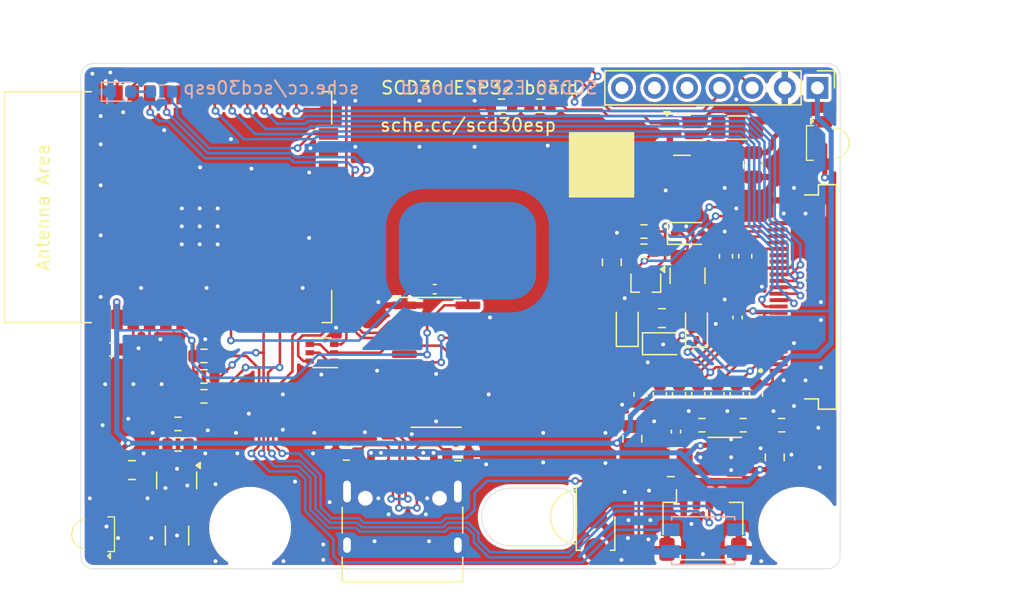
<source format=kicad_pcb>
(kicad_pcb (version 20240108) (generator "pcbnew") (generator_version "8.0")
  (layers (0 "F.Cu" signal) (31 "B.Cu" signal) (34 "B.Paste" user) (35 "F.Paste" user) (36 "B.SilkS" user "B.Silkscreen") (37 "F.SilkS" user "F.Silkscreen") (38 "B.Mask" user) (39 "F.Mask" user) (44 "Edge.Cuts" user))
  (net 0 "")
  (net 1 "+3V3")
  (net 2 "Net-(U1-FB)")
  (net 3 "GND")
  (net 4 "VBUS")
  (net 5 "/ESP_EN")
  (net 6 "/SDA")
  (net 7 "/SCL")
  (net 8 "/RDY")
  (net 9 "/SEL")
  (net 10 "/PWM")
  (net 11 "Net-(J2-CC2)")
  (net 14 "Net-(J2-CC1)")
  (net 15 "Net-(U1-SW)")
  (net 16 "/ESP_IO0")
  (net 17 "Net-(R2-Pad2)")
  (net 18 "/MCU_RX+")
  (net 19 "/MCU_TX-")
  (net 27 "/D-")
  (net 28 "/D+")
  (net 29 "Net-(Q3A-S)")
  (net 30 "Net-(Q3A-G)")
  (net 31 "/Waveshare E-ink/VCOM")
  (net 32 "/Waveshare E-ink/VGL")
  (net 33 "/Waveshare E-ink/VSL")
  (net 34 "/Waveshare E-ink/VGH")
  (net 35 "/Waveshare E-ink/VSH1")
  (net 36 "/Waveshare E-ink/VPP")
  (net 37 "/Waveshare E-ink/VSH2")
  (net 38 "/~{DISP_CS}")
  (net 39 "/Waveshare E-ink/TSCL")
  (net 40 "/Waveshare E-ink/GDR")
  (net 41 "/Waveshare E-ink/RESE")
  (net 42 "/SCLK")
  (net 43 "/~{DISP_RST}")
  (net 44 "/~{DISP_D{slash}C}")
  (net 45 "/Waveshare E-ink/TSDA")
  (net 46 "/DISP_BUSY")
  (net 47 "/QWIIC_SCL")
  (net 48 "/QWIIC_SDA")
  (net 52 "/TOUCH")
  (net 55 "Net-(D2-A)")
  (net 56 "Net-(D4-A)")
  (net 57 "Net-(D1-K)")
  (net 58 "/Waveshare E-ink/V_CORE")
  (net 59 "Net-(J3-Pin_21)")
  (net 61 "/IR_RX")
  (net 63 "/DISP_SDA")
  (net 64 "/BTN")
  (net 65 "Net-(D5-K)")
  (net 66 "Net-(Q2-D)")
  (net 67 "Net-(Q2-G)")
  (net 68 "Net-(D6-K)")
  (net 69 "Net-(Q4-G)")
  (net 70 "Net-(Q4-D)")
  (net 71 "/IR_TX_L")
  (net 72 "/IR_TX_R")
  (net 74 "/status_led")
  (net 75 "Net-(D7-A)")
  (footprint "Resistor_SMD:R_0603_1608Metric" (layer "F.Cu") (at 145.3 80.8)
    (property "Reference" "R12" (hide yes))
    (property "Value" "2k2")
  )
  (footprint "Resistor_SMD:R_0603_1608Metric" (layer "F.Cu") (at 119.1 103.45)
    (property "Reference" "R9" (hide yes))
    (property "Value" "2k2")
  )
  (footprint "Capacitor_SMD:C_0603_1608Metric" (layer "F.Cu") (at 161.3 92.525 -90)
    (property "Reference" "C17" (hide yes))
    (property "Value" "1uF")
  )
  (footprint "Capacitor_SMD:C_0603_1608Metric" (layer "F.Cu") (at 111.9 99.8 180)
    (property "Reference" "C5" (hide yes))
    (property "Value" "1uF")
  )
  (footprint "Capacitor_SMD:C_0402_1005Metric" (layer "F.Cu") (at 160.7 97.3 -90)
    (property "Reference" "C20" (hide yes))
    (property "Value" "0.1uF")
  )
  (footprint "Resistor_SMD:R_0603_1608Metric" (layer "F.Cu") (at 164.14 105.7)
    (property "Reference" "R3" (hide yes))
    (property "Value" "10k")
  )
  (footprint "FCI fpc:AMPHENOL_SFV24R-4STE1HLF" (layer "F.Cu") (at 166.3 95.7 90)
    (property "Reference" "J3" (hide yes))
    (property "Value" "24P P0.5mm waveshare E-paper display")
  )
  (footprint "Capacitor_SMD:C_0603_1608Metric" (layer "F.Cu") (at 153.1375 103.3 -90)
    (property "Reference" "C16" (hide yes))
    (property "Value" "1uF")
  )
  (footprint "Resistor_SMD:R_0603_1608Metric" (layer "F.Cu") (at 142.3 80.8 180)
    (property "Reference" "R13" (hide yes))
    (property "Value" "10k")
  )
  (footprint "Connector_PinHeader_2.54mm:PinHeader_1x07_P2.54mm_Vertical" (layer "F.Cu") (at 166.925 79.4 -90)
    (property "Reference" "J1" (hide yes))
    (property "Value" "SCD30")
  )
  (footprint "Resistor_SMD:R_0603_1608Metric" (layer "F.Cu") (at 138.9 107.95)
    (property "Reference" "R4" (hide yes))
    (property "Value" "5k1")
  )
  (footprint "Capacitor_SMD:C_0603_1608Metric" (layer "F.Cu") (at 157.6375 103.3 -90)
    (property "Reference" "C13" (hide yes))
    (property "Value" "1uF")
  )
  (footprint "Resistor_SMD:R_0603_1608Metric" (layer "F.Cu") (at 153.4 92.1 180)
    (property "Reference" "R6" (hide yes))
    (property "Value" "3R")
  )
  (footprint "Capacitor_SMD:C_0603_1608Metric" (layer "F.Cu") (at 162.1375 103.3 -90)
    (property "Reference" "C10" (hide yes))
    (property "Value" "1uF")
  )
  (footprint "Resistor_SMD:R_1206_3216Metric" (layer "F.Cu") (at 117 114.3 90)
    (property "Reference" "R16" (hide yes))
    (property "Value" "3R")
  )
  (footprint "MountingHole:MountingHole_3.2mm_M3" (layer "F.Cu") (at 122.7 113.7)
    (property "Reference" "REF**" (hide yes))
    (property "Value" "MountingHole_3.2mm_M3")
  )
  (footprint "Connector_FFC-FPC:XFCN_F0504-H-24-10G-R_1x24-1MP_P0.50mm_Horizontal" (layer "F.Cu") (at 165.45 95.7 90)
    (property "Reference" "REF**" (hide yes))
    (property "Value" "XFCN_F0504-H-24-10G-R_1x24-1MP_P0.50mm_Horizontal")
  )
  (footprint "Diode_SMD:D_SOD-323" (layer "F.Cu") (at 152.1 97.95 90)
    (property "Reference" "D2" (hide yes))
    (property "Value" "NSR0530HT1G")
  )
  (footprint "Connector_JST:JST_SH_SM04B-SRSS-TB_1x04-1MP_P1.00mm_Horizontal" (layer "F.Cu") (at 158 113.5)
    (property "Reference" "J4" (hide yes))
    (property "Value" "QWIIC")
  )
  (footprint "Package_TO_SOT_SMD:SOT-363_SC-70-6" (layer "F.Cu") (at 128.3 100.05 180)
    (property "Reference" "Q3" (hide yes))
    (property "Value" "BSS138PS")
  )
  (footprint "Connector_USB:USB_C_Receptacle_HRO_TYPE-C-31-M-12" (layer "F.Cu") (at 134.575 114)
    (property "Reference" "J2" (hide yes))
    (property "Value" "USB_C_Receptacle_USB2.0")
  )
  (footprint "Package_TO_SOT_SMD:SOT-23" (layer "F.Cu") (at 156.3625 83.1)
    (property "Reference" "Q2" (hide yes))
    (property "Value" "Q_NMOS_GSD")
  )
  (footprint "Resistor_SMD:R_0603_1608Metric" (layer "F.Cu") (at 157.925 105.7)
    (property "Reference" "R1" (hide yes))
    (property "Value" "82k")
  )
  (footprint "Package_SO:SOIC-16_3.9x9.9mm_P1.27mm" (layer "F.Cu") (at 137.2 100.8)
    (property "Reference" "U3" (hide yes))
    (property "Value" "CH340C")
  )
  (footprint "Capacitor_SMD:C_0603_1608Metric" (layer "F.Cu") (at 154.6375 103.3 -90)
    (property "Reference" "C15" (hide yes))
    (property "Value" "1uF")
  )
  (footprint "Capacitor_SMD:C_0805_2012Metric" (layer "F.Cu") (at 150.9 93 90)
    (property "Reference" "C9" (hide yes))
    (property "Value" "4u7")
  )
  (footprint "Capacitor_SMD:C_0603_1608Metric" (layer "F.Cu") (at 159.8 92.525 -90)
    (property "Reference" "C18" (hide yes))
    (property "Value" "1uF")
  )
  (footprint "Resistor_SMD:R_1206_3216Metric" (layer "F.Cu") (at 160.6625 82.5 180)
    (property "Reference" "R11" (hide yes))
    (property "Value" "3R")
  )
  (footprint "PCM_Espressif:ESP32-WROOM-32E" (layer "F.Cu") (at 118.06 88.7 90)
    (property "Reference" "U2" (hide yes))
    (property "Value" "ESP32-WROOM-E")
  )
  (footprint "Resistor_SMD:R_0603_1608Metric" (layer "F.Cu") (at 117.075 107.2)
    (property "Reference" "R15" (hide yes))
    (property "Value" "2k2")
  )
  (footprint "Inductor_SMD:L_1210_3225Metric" (layer "F.Cu") (at 156.8 94.05 -90)
    (property "Reference" "L2" (hide yes))
    (property "Value" "68uF")
  )
  (footprint "Resistor_SMD:R_0603_1608Metric" (layer "F.Cu") (at 130.2 107.9 180)
    (property "Reference" "R5" (hide yes))
    (property "Value" "5k1")
  )
  (footprint "Capacitor_SMD:C_0603_1608Metric" (layer "F.Cu") (at 160.6375 103.3 -90)
    (property "Reference" "C11" (hide yes))
    (property "Value" "1uF")
  )
  (footprint "Resistor_SMD:R_0603_1608Metric" (layer "F.Cu") (at 117.075 105.6)
    (property "Reference" "R14" (hide yes))
    (property "Value" "10k")
  )
  (footprint "Capacitor_SMD:C_0805_2012Metric" (layer "F.Cu") (at 152.5 106.75 90)
    (property "Reference" "C2" (hide yes))
    (property "Value" "22uF")
  )
  (footprint "Capacitor_SMD:C_0805_2012Metric" (layer "F.Cu") (at 113.5 109.2)
    (property "Reference" "C7" (hide yes))
    (property "Value" "22uF")
  )
  (footprint "Capacitor_SMD:C_0402_1005Metric" (layer "F.Cu") (at 137.095 95.095 180)
    (property "Reference" "C4" (hide yes))
    (property "Value" "0.1uF")
  )
  (footprint "Diode_SMD:D_SOD-323" (layer "F.Cu") (at 154.9 99.35)
    (property "Reference" "D3" (hide yes))
    (property "Value" "NSR0530HT1G")
  )
  (footprint "Diode_SMD:D_SOD-323" (layer "F.Cu") (at 156.85 90.75)
    (property "Reference" "D1" (hide yes))
    (property "Value" "NSR0530HT1G")
  )
  (footprint "LED_SMD:LED_Vishay_VSMB2943SL" (layer "F.Cu") (at 167.5 83.7 -90)
    (property "Reference" "D5" (hide yes))
    (property "Value" "LED_Small")
  )
  (footprint "Capacitor_SMD:C_0402_1005Metric" (layer "F.Cu") (at 155.9 106.2 -90)
    (property "Reference" "C1" (hide yes))
    (property "Value" "120pF")
  )
  (footprint "Resistor_SMD:R_0603_1608Metric" (layer "F.Cu") (at 153.4 90.6 180)
    (property "Reference" "R7" (hide yes))
    (property "Value" "10k")
  )
  (footprint "Package_TO_SOT_SMD:SOT-23-6" (layer "F.Cu") (at 160.2 108.21)
    (property "Reference" "U1" (hide yes))
    (property "Value" "TPS62A01PDDCR")
  )
  (footprint "Resistor_SMD:R_0603_1608Metric" (layer "F.Cu") (at 119.1 101.9)
    (property "Reference" "R8" (hide yes))
    (property "Value" "2k2")
  )
  (footprint "Capacitor_SMD:C_0603_1608Metric" (layer "F.Cu") (at 156.1375 103.3 -90)
    (property "Reference" "C14" (hide yes))
    (property "Value" "1uF")
  )
  (footprint "Capacitor_SMD:C_0805_2012Metric" (layer "F.Cu") (at 154.8 97.35 180)
    (property "Reference" "C8" (hide yes))
    (property "Value" "4u7")
  )
  (footprint "MountingHole:MountingHole_3.2mm_M3" (layer "F.Cu") (at 165.5 113.7)
    (property "Reference" "REF**" (hide yes))
    (property "Value" "MountingHole_3.2mm_M3")
  )
  (footprint "Diode_SMD:D_SOD-323" (layer "F.Cu") (at 157.5 98 90)
    (property "Reference" "D4" (hide yes))
    (property "Value" "NSR0530HT1G")
  )
  (footprint "Resistor_SMD:R_0603_1608Metric" (layer "F.Cu") (at 119.1 100.3)
    (property "Reference" "R10" (hide yes))
    (property "Value" "10k")
  )
  (footprint "OptoDevice:Vishay_MINICAST-3Pin" (layer "F.Cu") (at 149.625 110.31 -90)
    (property "Reference" "U4" (hide yes))
    (property "Value" "TSOP38G36")
  )
  (footprint "Resistor_SMD:R_0603_1608Metric" (layer "F.Cu") (at 161.14 105.7)
    (property "Reference" "R2" (hide yes))
    (property "Value" "360k")
  )
  (footprint "Package_TO_SOT_SMD:SOT-23" (layer "F.Cu") (at 116.975 110 -90)
    (property "Reference" "Q4" (hide yes))
    (property "Value" "Q_NMOS_GSD")
  )
  (footprint "Inductor_SMD:L_1008_2520Metric" (layer "F.Cu") (at 155.5 108.6 180)
    (property "Reference" "L1" (hide yes))
    (property "Value" "1uH")
  )
  (footprint "Package_TO_SOT_SMD:SOT-323_SC-70" (layer "F.Cu") (at 153.55 94.6 -90)
    (property "Reference" "Q1" (hide yes))
    (property "Value" "Si1308EDL")
  )
  (footprint "Capacitor_SMD:C_0805_2012Metric" (layer "F.Cu") (at 163.6 108.21 90)
    (property "Reference" "C3" (hide yes))
    (property "Value" "4.7uF")
  )
  (footprint "Capacitor_SMD:C_0603_1608Metric" (layer "F.Cu") (at 159.1375 103.3 -90)
    (property "Reference" "C12" (hide yes))
    (property "Value" "1uF")
  )
  (footprint "Capacitor_SMD:C_0805_2012Metric" (layer "F.Cu") (at 161.9 85.4 -90)
    (property "Reference" "C6" (hide yes))
    (property "Value" "22uF")
  )
  (footprint "LED_SMD:LED_Vishay_VSMB2943SL" (layer "F.Cu") (at 110.7 114.2 90)
    (property "Reference" "D6" (hide yes))
    (property "Value" "LED_Small")
  )
  (footprint "graphics:kiwi" (layer "F.Cu") (at 140.5 91)
    (property "Reference" "G***" (hide yes))
    (property "Value" "LOGO" (hide yes))
  )
  (footprint "TestPoint:TestPoint_Pad_D1.0mm" (layer "B.Cu") (at 139.8 91.9 180)
    (property "Reference" "TP1" (hide yes))
    (property "Value" "Touch TP")
  )
  (footprint "Button_Switch_SMD:SW_SPST_EVQP2" (layer "B.Cu") (at 158.025 114.7 180)
    (property "Reference" "SW1" (hide yes))
    (property "Value" "SW_SPST")
  )
  (footprint "Resistor_SMD:R_0603_1608Metric" (layer "B.Cu") (at 115.8 79.7)
    (property "Reference" "R17" (hide yes))
    (property "Value" "1k")
  )
  (footprint "LED_SMD:LED_0603_1608Metric" (layer "B.Cu") (at 112.6 79.7)
    (property "Reference" "D7" (hide yes))
    (property "Value" "LED_Small")
  )
  (gr_rect (start 147.6 82.9) (end 152.6 87.9) (stroke (width 0.1)) (fill solid) (layer "F.SilkS"))
  (gr_line (start 143 110.6) (end 145.9 110.6) (stroke (width 0.05)) (layer "Edge.Cuts"))
  (gr_line (start 168.7 78.5) (end 168.7 115.9) (stroke (width 0.05)) (layer "Edge.Cuts"))
  (gr_arc (start 109.5 78.5) (mid 109.792893 77.792893) (end 110.5 77.5) (stroke (width 0.05)) (layer "Edge.Cuts"))
  (gr_arc (start 110.5 116.9) (mid 109.792893 116.607107) (end 109.5 115.9) (stroke (width 0.05)) (layer "Edge.Cuts"))
  (gr_line (start 110.5 77.5) (end 167.7 77.5) (stroke (width 0.05)) (layer "Edge.Cuts"))
  (gr_arc (start 147.9 114.1) (mid 147.607107 114.807107) (end 146.9 115.1) (stroke (width 0.05)) (layer "Edge.Cuts"))
  (gr_line (start 145.9 115.1) (end 143 115.1) (stroke (width 0.05)) (layer "Edge.Cuts"))
  (gr_arc (start 143 115.1) (mid 140.75 112.85) (end 143 110.6) (stroke (width 0.05)) (layer "Edge.Cuts"))
  (gr_line (start 167.7 116.9) (end 110.5 116.9) (stroke (width 0.05)) (layer "Edge.Cuts"))
  (gr_line (start 147.9 114.1) (end 147.9 111.6) (stroke (width 0.05)) (layer "Edge.Cuts"))
  (gr_line (start 109.5 115.9) (end 109.5 78.5) (stroke (width 0.05)) (layer "Edge.Cuts"))
  (gr_line (start 146.9 110.6) (end 145.9 110.6) (stroke (width 0.05)) (layer "Edge.Cuts"))
  (gr_line (start 145.9 115.1) (end 146.9 115.1) (stroke (width 0.05)) (layer "Edge.Cuts"))
  (gr_arc (start 168.7 115.9) (mid 168.407107 116.607107) (end 167.7 116.9) (stroke (width 0.05)) (layer "Edge.Cuts"))
  (gr_arc (start 146.9 110.6) (mid 147.607107 110.892893) (end 147.9 111.6) (stroke (width 0.05)) (layer "Edge.Cuts"))
  (gr_arc (start 167.7 77.5) (mid 168.407107 77.792893) (end 168.7 78.5) (stroke (width 0.05)) (layer "Edge.Cuts"))
  (gr_text "sche.cc/scd30esp" (at 131.3 79.4 -0) (layer "B.SilkS") (effects (font (size 1 1)) (justify left mirror)))
  (gr_text "SCD30 ESP32 board" (at 149.9 79.4 -0) (layer "B.SilkS") (effects (font (size 1 1)) (justify left mirror)))
  (gr_text "sche.cc/scd30esp" (at 139.7 82.3 0) (layer "F.SilkS") (effects (font (size 1 1))))
  (gr_text "SCD30 ESP32 board" (at 140.6 79.4 0) (layer "F.SilkS") (effects (font (size 1 1))))
  (segment (start 136.465 100.165) (end 136.5 100.2) (width 0.2) (layer "F.Cu") (net 1))
  (segment (start 137.575 95.095) (end 139.06 95.095) (width 0.2) (layer "F.Cu") (net 1))
  (segment (start 136.5 97.7) (end 136.5 98.5) (width 0.2) (layer "F.Cu") (net 1))
  (segment (start 153 109.5) (end 153.525 109.5) (width 0.2) (layer "F.Cu") (net 1))
  (segment (start 153.525 109.5) (end 154.425 108.6) (width 0.2) (layer "F.Cu") (net 1))
  (segment (start 112.3 96.1) (end 112.3 97.43) (width 0.55) (layer "F.Cu") (net 1))
  (segment (start 110.65 112.5) (end 110.7 112.55) (width 0.4) (layer "F.Cu") (net 1))
  (segment (start 136.7 97.5) (end 136.5 97.7) (width 0.2) (layer "F.Cu") (net 1))
  (segment (start 163.9 97.45) (end 162.95 97.45) (width 0.2) (layer "F.Cu") (net 1))
  (segment (start 166.3 82.7) (end 167.5 83.9) (width 0.4) (layer "F.Cu") (net 1))
  (segment (start 167.5 86.4) (end 167.5 85.35) (width 0.4) (layer "F.Cu") (net 1))
  (segment (start 155.9 105.72) (end 155.08 105.72) (width 0.2) (layer "F.Cu") (net 1))
  (segment (start 112.3 97.43) (end 112.32 97.45) (width 0.55) (layer "F.Cu") (net 1))
  (segment (start 158.6 91.15) (end 158.2 90.75) (width 0.2) (layer "F.Cu") (net 1))
  (segment (start 155.9 105.72) (end 157.08 105.72) (width 0.2) (layer "F.Cu") (net 1))
  (segment (start 163.9 96.95) (end 162.9 96.95) (width 0.2) (layer "F.Cu") (net 1))
  (segment (start 163.5 83.9) (end 163.5 83.3) (width 0.4) (layer "F.Cu") (net 1))
  (segment (start 115.775 111.275) (end 115.775 114.825) (width 0.4) (layer "F.Cu") (net 1))
  (segment (start 139.675 95.71) (end 139.675 96.355) (width 0.2) (layer "F.Cu") (net 1))
  (segment (start 158.2 90.75) (end 157.9 90.75) (width 0.2) (layer "F.Cu") (net 1))
  (segment (start 118.275 103.45) (end 118.275 100.3) (width 0.2) (layer "F.Cu") (net 1))
  (segment (start 112 115.3) (end 110.7 114) (width 0.4) (layer "F.Cu") (net 1))
  (segment (start 159.02 96.82) (end 158.6 96.4) (width 0.2) (layer "F.Cu") (net 1))
  (segment (start 162.9 96.95) (end 162.05 96.95) (width 0.2) (layer "F.Cu") (net 1))
  (segment (start 118.275 100.3) (end 118.275 99.225) (width 0.2) (layer "F.Cu") (net 1))
  (segment (start 164.1 82.7) (end 166.3 82.7) (width 0.4) (layer "F.Cu") (net 1))
  (segment (start 161.9 96.8) (end 160.72 96.8) (width 0.2) (layer "F.Cu") (net 1))
  (segment (start 163.5 83.3) (end 164.1 82.7) (width 0.4) (layer "F.Cu") (net 1))
  (segment (start 154.425 106.375) (end 154.425 108.6) (width 0.2) (layer "F.Cu") (net 1))
  (segment (start 162.95 97.45) (end 162.8 97.3) (width 0.2) (layer "F.Cu") (net 1))
  (segment (start 137.845 96.355) (end 136.7 97.5) (width 0.2) (layer "F.Cu") (net 1))
  (segment (start 112.55 109.65) (end 113.2 110.3) (width 0.4) (layer "F.Cu") (net 1))
  (segment (start 157.2 110.3) (end 157.5 110.6) (width 0.4) (layer "F.Cu") (net 1))
  (segment (start 162.05 96.95) (end 161.9 96.8) (width 0.2) (layer "F.Cu") (net 1))
  (segment (start 139.06 95.095) (end 139.675 95.71) (width 0.2) (layer "F.Cu") (net 1))
  (segment (start 134.725 100.165) (end 135.698592 100.165) (width 0.2) (layer "F.Cu") (net 1))
  (segment (start 157.2 110.3) (end 156.125 110.3) (width 0.4) (layer "F.Cu") (net 1))
  (segment (start 162.8 97.3) (end 162.8 96.95) (width 0.2) (layer "F.Cu") (net 1))
  (segment (start 156.125 110.3) (end 154.425 108.6) (width 0.4) (layer "F.Cu") (net 1))
  (segment (start 153 114.9) (end 153 109.5) (width 0.2) (layer "F.Cu") (net 1))
  (segment (start 115.3 115.3) (end 112 115.3) (width 0.4) (layer "F.Cu") (net 1))
  (segment (start 160.72 96.8) (end 160.7 96.82) (width 0.2) (layer "F.Cu") (net 1))
  (segment (start 160.7 96.82) (end 159.02 96.82) (width 0.2) (layer "F.Cu") (net 1))
  (segment (start 113.2 110.3) (end 114.8 110.3) (width 0.4) (layer "F.Cu") (net 1))
  (segment (start 162.9 96.95) (end 162.8 96.95) (width 0.2) (layer "F.Cu") (net 1))
  (segment (start 149.625 115.39) (end 152.51 115.39) (width 0.2) (layer "F.Cu") (net 1))
  (segment (start 115.775 114.825) (end 115.3 115.3) (width 0.4) (layer "F.Cu") (net 1))
  (segment (start 151.3 107.1) (end 151.9 107.1) (width 0.4) (layer "F.Cu") (net 1))
  (segment (start 162.95 84.45) (end 163.5 83.9) (width 0.4) (layer "F.Cu") (net 1))
  (segment (start 110.7 114) (end 110.7 112.55) (width 0.4) (layer "F.Cu") (net 1))
  (segment (start 152.51 115.39) (end 153 114.9) (width 0.2) (layer "F.Cu") (net 1))
  (segment (start 155.08 105.72) (end 154.425 106.375) (width 0.2) (layer "F.Cu") (net 1))
  (segment (start 161.9 84.45) (end 162.95 84.45) (width 0.4) (layer "F.Cu") (net 1))
  (segment (start 113.2 107.1) (end 112.55 107.75) (width 0.4) (layer "F.Cu") (net 1))
  (segment (start 167.5 83.9) (end 167.5 85.35) (width 0.4) (layer "F.Cu") (net 1))
  (segment (start 157.5 110.6) (end 157.5 111.5) (width 0.4) (layer "F.Cu") (net 1))
  (segment (start 151.9 107.1) (end 152.5 107.7) (width 0.4) (layer "F.Cu") (net 1))
  (segment (start 118.275 99.225) (end 118.15 99.1) (width 0.2) (layer "F.Cu") (net 1))
  (segment (start 114.8 110.3) (end 115.775 111.275) (width 0.4) (layer "F.Cu") (net 1))
  (segment (start 134.725 100.165) (end 136.465 100.165) (width 0.2) (layer "F.Cu") (net 1))
  (segment (start 112.55 107.75) (end 112.55 109.65) (width 0.4) (layer "F.Cu") (net 1))
  (segment (start 139.675 96.355) (end 137.845 96.355) (width 0.2) (layer "F.Cu") (net 1))
  (segment (start 158.6 96.4) (end 158.6 91.15) (width 0.2) (layer "F.Cu") (net 1))
  (segment (start 157.08 105.72) (end 157.1 105.7) (width 0.2) (layer "F.Cu") (net 1))
  (via (at 151.3 107.1) (size 0.6) (drill 0.3) (layers "F.Cu" "B.Cu") (net 1))
  (via (at 118.15 99.1) (size 0.6) (drill 0.3) (layers "F.Cu" "B.Cu") (net 1))
  (via (at 136.5 98.5) (size 0.6) (drill 0.3) (layers "F.Cu" "B.Cu") (net 1))
  (via (at 161.9 96.8) (size 0.6) (drill 0.3) (layers "F.Cu" "B.Cu") (net 1))
  (via (at 113.2 107.1) (size 0.6) (drill 0.3) (layers "F.Cu" "B.Cu") (net 1))
  (via (at 136.5 100.2) (size 0.6) (drill 0.3) (layers "F.Cu" "B.Cu") (net 1))
  (via (at 112.3 96.1) (size 0.6) (drill 0.3) (layers "F.Cu" "B.Cu") (net 1))
  (via (at 167.5 86.4) (size 0.6) (drill 0.3) (layers "F.Cu" "B.Cu") (net 1))
  (segment (start 161.975 103.175) (end 154.175 103.175) (width 0.4) (layer "B.Cu") (net 1))
  (segment (start 167 100.3) (end 164.85 100.3) (width 0.4) (layer "B.Cu") (net 1))
  (segment (start 117.35 98.3) (end 112.3 98.3) (width 0.2) (layer "B.Cu") (net 1))
  (segment (start 151.3 107.1) (end 114.7 107.1) (width 0.4) (layer "B.Cu") (net 1))
  (segment (start 168 99.3) (end 167 100.3) (width 0.4) (layer "B.Cu") (net 1))
  (segment (start 167.5 86.4) (end 168 86.4) (width 0.4) (layer "B.Cu") (net 1))
  (segment (start 126.2 102) (end 119.3 102) (width 0.2) (layer "B.Cu") (net 1))
  (segment (start 168 86.4) (end 168 96.8) (width 0.4) (layer "B.Cu") (net 1))
  (segment (start 152.35 106.05) (end 151.3 107.1) (width 0.4) (layer "B.Cu") (net 1))
  (segment (start 136.5 98.5) (end 136.5 100.2) (width 0.2) (layer "B.Cu") (net 1))
  (segment (start 112.3 98.3) (end 112.3 96.1) (width 0.4) (layer "B.Cu") (net 1))
  (segment (start 166.925 81.725) (end 168 82.8) (width 0.4) (layer "B.Cu") (net 1))
  (segment (start 161.9 96.8) (end 168 96.8) (width 0.2) (layer "B.Cu") (net 1))
  (segment (start 152.35 105) (end 152.35 106.05) (width 0.4) (layer "B.Cu") (net 1))
  (segment (start 168 82.8) (end 168 86.4) (width 0.4) (layer "B.Cu") (net 1))
  (segment (start 118.15 100.85) (end 118.15 99.1) (width 0.2) (layer "B.Cu") (net 1))
  (segment (start 134.4 100.2) (end 128 100.2) (width 0.2) (layer "B.Cu") (net 1))
  (segment (start 168 96.8) (end 168 99.3) (width 0.4) (layer "B.Cu") (net 1))
  (segment (start 119.3 102) (end 118.15 100.85) (width 0.2) (layer "B.Cu") (net 1))
  (segment (start 114.7 107.1) (end 113.2 107.1) (width 0.4) (layer "B.Cu") (net 1))
  (segment (start 136.5 100.2) (end 134.4 100.2) (width 0.2) (layer "B.Cu") (net 1))
  (segment (start 112.3 106.2) (end 112.3 98.3) (width 0.4) (layer "B.Cu") (net 1))
  (segment (start 113.2 107.1) (end 112.3 106.2) (width 0.4) (layer "B.Cu") (net 1))
  (segment (start 166.925 79.4) (end 166.925 81.725) (width 0.4) (layer "B.Cu") (net 1))
  (segment (start 154.175 103.175) (end 152.35 105) (width 0.4) (layer "B.Cu") (net 1))
  (segment (start 164.85 100.3) (end 161.975 103.175) (width 0.4) (layer "B.Cu") (net 1))
  (segment (start 118.15 99.1) (end 117.35 98.3) (width 0.2) (layer "B.Cu") (net 1))
  (segment (start 128 100.2) (end 126.2 102) (width 0.2) (layer "B.Cu") (net 1))
  (segment (start 157.77 106.68) (end 158.75 105.7) (width 0.2) (layer "F.Cu") (net 2))
  (segment (start 161.3375 107.26) (end 161.3375 106.7225) (width 0.2) (layer "F.Cu") (net 2))
  (segment (start 158.75 105.7) (end 160.315 105.7) (width 0.2) (layer "F.Cu") (net 2))
  (segment (start 161.3375 106.7225) (end 160.315 105.7) (width 0.2) (layer "F.Cu") (net 2))
  (segment (start 155.9 106.68) (end 157.77 106.68) (width 0.2) (layer "F.Cu") (net 2))
  (segment (start 153.1375 104.075) (end 156.9 104.075) (width 0.4) (layer "F.Cu") (net 3))
  (segment (start 137.98 109.955) (end 138.895 110.87) (width 0.6) (layer "F.Cu") (net 3))
  (segment (start 164.965 105.7) (end 164.965 105.895) (width 0.2) (layer "F.Cu") (net 3))
  (segment (start 138.9325 113.0025) (end 138.895 113.04) (width 0.6) (layer "F.Cu") (net 3))
  (segment (start 134.725 95.73) (end 134.725 96.355) (width 0.2) (layer "F.Cu") (net 3))
  (segment (start 163.9 93.45) (end 164.75 93.45) (width 0.2) (layer "F.Cu") (net 3))
  (segment (start 163.9 97.95) (end 166.1875 97.95) (width 0.2) (layer "F.Cu") (net 3))
  (segment (start 156.9 104.075) (end 159.9 104.075) (width 0.4) (layer "F.Cu") (net 3))
  (segment (start 131.17 109.955) (end 130.255 110.87) (width 0.6) (layer "F.Cu") (net 3))
  (segment (start 135.36 95.095) (end 134.725 95.73) (width 0.2) (layer "F.Cu") (net 3))
  (segment (start 111.05 90.9) (end 111.05 95.7) (width 0.6) (layer "F.Cu") (net 3))
  (segment (start 111.05 83.8) (end 111.05 87) (width 0.6) (layer "F.Cu") (net 3))
  (segment (start 130.255 115.05) (end 130.255 110.87) (width 0.6) (layer "F.Cu") (net 3))
  (segment (start 159.9 104.6) (end 159.9 104.075) (width 0.2) (layer "F.Cu") (net 3))
  (segment (start 159.9 104.075) (end 162.1375 104.075) (width 0.4) (layer "F.Cu") (net 3))
  (segment (start 164.965 103.04) (end 164.8 102.875) (width 0.2) (layer "F.Cu") (net 3))
  (segment (start 161.3375 108.21) (end 162.65 108.21) (width 0.4) (layer "F.Cu") (net 3))
  (segment (start 166.1875 97.95) (end 166.1875 93.45) (width 0.2) (layer "F.Cu") (net 3))
  (segment (start 137.825 109.955) (end 137.98 109.955) (width 0.6) (layer "F.Cu") (net 3))
  (segment (start 163.9 97.95) (end 162.85 97.95) (width 0.2) (layer "F.Cu") (net 3))
  (segment (start 165.4625 102.875) (end 166.1875 102.15) (width 0.2) (layer "F.Cu") (net 3))
  (segment (start 162.2625 93.45) (end 162.0875 93.275) (width 0.2) (layer "F.Cu") (net 3))
  (segment (start 165.4 92.3) (end 166.1875 92.3) (width 0.2) (layer "F.Cu") (net 3))
  (segment (start 166.1875 92.3) (end 166.1875 89.1) (width 0.2) (layer "F.Cu") (net 3))
  (segment (start 111.05 79.95) (end 111.05 81.6) (width 0.6) (layer "F.Cu") (net 3))
  (segment (start 166.1875 93.45) (end 166.1875 92.5) (width 0.2) (layer "F.Cu") (net 3))
  (segment (start 163.6 104.075) (end 164.8 102.875) (width 0.2) (layer "F.Cu") (net 3))
  (segment (start 165 93.2) (end 165 92.7) (width 0.2) (layer "F.Cu") (net 3))
  (segment (start 111.05 81.6) (end 111.05 83.8) (width 0.6) (layer "F.Cu") (net 3))
  (segment (start 162.65 108.21) (end 163.6 107.26) (width 0.4) (layer "F.Cu") (net 3))
  (segment (start 164.75 93.45) (end 165 93.2) (width 0.2) (layer "F.Cu") (net 3))
  (segment (start 162.85 97.95) (end 162.68 97.78) (width 0.2) (layer "F.Cu") (net 3))
  (segment (start 162.68 97.78) (end 160.7 97.78) (width 0.2) (layer "F.Cu") (net 3))
  (segment (start 163.9 93.45) (end 162.2625 93.45) (width 0.2) (layer "F.Cu") (net 3))
  (segment (start 164.965 105.895) (end 163.6 107.26) (width 0.2) (layer "F.Cu") (net 3))
  (segment (start 164.965 105.7) (end 164.965 103.04) (width 0.2) (layer "F.Cu") (net 3))
  (segment (start 166.1875 102.15) (end 166.1875 97.95) (width 0.2) (layer "F.Cu") (net 3))
  (segment (start 138.895 115.05) (end 130.255 115.05) (width 0.6) (layer "F.Cu") (net 3))
  (segment (start 166.1875 89.1) (end 165.7875 88.7) (width 0.2) (layer "F.Cu") (net 3))
  (segment (start 156.9 104.6) (end 156.9 104.075) (width 0.2) (layer "F.Cu") (net 3))
  (segment (start 138.895 113.04) (end 138.895 115.05) (width 0.6) (layer "F.Cu") (net 3))
  (segment (start 131.325 109.955) (end 131.17 109.955) (width 0.6) (layer "F.Cu") (net 3))
  (segment (start 136.615 95.095) (end 135.36 95.095) (width 0.2) (layer "F.Cu") (net 3))
  (segment (start 138.895 110.87) (end 138.895 113.04) (width 0.6) (layer "F.Cu") (net 3))
  (segment (start 111.05 95.7) (end 111.05 97.45) (width 0.6) (layer "F.Cu") (net 3))
  (segment (start 162.0875 93.275) (end 160.5875 93.275) (width 0.2) (layer "F.Cu") (net 3))
  (segment (start 166.1875 92.5) (end 166.1875 92.3) (width 0.2) (layer "F.Cu") (net 3))
  (segment (start 111.05 87) (end 111.05 90.9) (width 0.6) (layer "F.Cu") (net 3))
  (segment (start 164.8 102.875) (end 165.4625 102.875) (width 0.2) (layer "F.Cu") (net 3))
  (segment (start 152.6625 104.075) (end 153.1375 104.075) (width 0.4) (layer "F.Cu") (net 3))
  (segment (start 165 92.7) (end 165.4 92.3) (width 0.2) (layer "F.Cu") (net 3))
  (segment (start 153.1375 104.075) (end 163.6 104.075) (width 0.2) (layer "F.Cu") (net 3))
  (via (at 126.8 95) (size 0.6) (drill 0.3) (layers "F.Cu" "B.Cu") (net 3))
  (via (at 131.65 106.25) (size 0.6) (drill 0.3) (layers "F.Cu" "B.Cu") (net 3))
  (via (at 156.7 90.2) (size 0.6) (drill 0.3) (layers "F.Cu" "B.Cu") (net 3))
  (via (at 160.2 108.2) (size 0.6) (drill 0.3) (layers "F.Cu" "B.Cu") (net 3))
  (via (at 160.2 109.2) (size 0.6) (drill 0.3) (layers "F.Cu" "B.Cu") (net 3))
  (via (at 156.9 104.6) (size 0.6) (drill 0.3) (layers "F.Cu" "B.Cu") (net 3))
  (via (at 133.5 112.65) (size 0.6) (drill 0.3) (layers "F.Cu" "B.Cu") (net 3))
  (via (at 141.3 103.3) (size 0.6) (drill 0.3) (layers "F.Cu" "B.Cu") (net 3))
  (via (at 128.4 116.2) (size 0.6) (drill 0.3) (layers "F.Cu" "B.Cu") (net 3))
  (via (at 119.2 107.9) (size 0.6) (drill 0.3) (layers "F.Cu" "B.Cu") (net 3))
  (via (at 145.55 106.3) (size 0.6) (drill 0.3) (layers "F.Cu" "B.Cu") (net 3))
  (via (at 125.25 106.05) (size 0.6) (drill 0.3) (layers "F.Cu" "B.Cu") (net 3))
  (via (at 132.6 101.45) (size 0.6) (drill 0.3) (layers "F.Cu" "B.Cu") (net 3))
  (via (at 115.1 106.3) (size 0.6) (drill 0.3) (layers "F.Cu" "B.Cu") (net 3))
  (via (at 159.7 95.9) (size 0.6) (drill 0.3) (layers "F.Cu" "B.Cu") (net 3))
  (via (at 114.7 111.4) (size 0.6) (drill 0.3) (layers "F.Cu" "B.Cu") (net 3))
  (via (at 160.6 80.3) (size 0.6) (drill 0.3) (layers "F.Cu" "B.Cu") (net 3))
  (via (at 111.05 81.6) (size 0.6) (drill 0.3) (layers "F.Cu" "B.Cu") (net 3))
  (via (at 116.1 110.6) (size 0.6) (drill 0.3) (layers "F.Cu" "B.Cu") (net 3))
  (via (at 151.3 90.7) (size 0.6) (drill 0.3) (layers "F.Cu" "B.Cu") (net 3))
  (via (at 129.3 80.5) (size 0.6) (drill 0.3) (layers "F.Cu" "B.Cu") (net 3))
  (via (at 121.6 106.3) (size 0.6) (drill 0.3) (layers "F.Cu" "B.Cu") (net 3))
  (via (at 125.25 103.3) (size 0.6) (drill 0.3) (layers "F.Cu" "B.Cu") (net 3))
  (via (at 111.2 105.7) (size 0.6) (drill 0.3) (layers "F.Cu" "B.Cu") (net 3))
  (via (at 130.9 84) (size 0.6) (drill 0.3) (layers "F.Cu" "B.Cu") (net 3))
  (via (at 151.7 104.1) (size 0.6) (drill 0.3) (layers "F.Cu" "B.Cu") (net 3))
  (via (at 140.2 80.4) (size 0.6) (drill 0.3) (layers "F.Cu" "B.Cu") (net 3))
  (via (at 118.77 88.8) (size 0.6) (drill 0.3) (layers "F.Cu" "B.Cu") (net 3))
  (via (at 140.2 84) (size 0.6) (drill 0.3) (layers "F.Cu" "B.Cu") (net 3))
  (via (at 128.25 101.75) (size 0.6) (drill 0.3) (layers "F.Cu" "B.Cu") (net 3))
  (via (at 136.65 114.75) (size 0.6) (drill 0.3) (layers "F.Cu" "B.Cu") (net 3))
  (via (at 117.37 88.8) (size 0.6) (drill 0.3) (layers "F.Cu" "B.Cu") (net 3))
  (via (at 127.6 107.9) (size 0.6) (drill 0.3) (layers "F.Cu" "B.Cu") (net 3))
  (via (at 132.4 114.75) (size 0.6) (drill 0.3) (layers "F.Cu" "B.Cu") (net 3))
  (via (at 151.65 116.2) (size 0.6) (drill 0.3) (layers "F.Cu" "B.Cu") (net 3))
  (via (at 116 82.7) (size 0.6) (drill 0.3) (layers "F.Cu" "B.Cu") (net 3))
  (via (at 153.75 114.6) (size 0.6) (drill 0.3) (layers "F.Cu" "B.Cu") (net 3))
  (via (at 154.2 105.4) (size 0.6) (drill 0.3) (layers "F.Cu" "B.Cu") (net 3))
  (via (at 128.9 111.7) (size 0.6) (drill 0.3) (layers "F.Cu" "B.Cu") (net 3))
  (via (at 135.9 84) (size 0.6) (drill 0.3) (layers "F.Cu" "B.Cu") (net 3))
  (via (at 120.17 91.6) (size 0.6) (drill 0.3) (layers "F.Cu" "B.Cu") (net 3))
  (via (at 111.05 95.7) (size 0.6) (drill 0.3) (layers "F.Cu" "B.Cu") (net 3))
  (via (at 164.3 89.2) (size 0.6) (drill 0.3) (layers "F.Cu" "B.Cu") (net 3))
  (via (at 118.77 91.6) (size 0.6) (drill 0.3) (layers "F.Cu" "B.Cu") (net 3))
  (via (at 121.2 83.4) (size 0.6) (drill 0.3) (layers "F.Cu" "B.Cu") (net 3))
  (via (at 118.77 90.2) (size 0.6) (drill 0.3) (layers "F.Cu" "B.Cu") (net 3))
  (via (at 114.4 107.9) (size 0.6) (drill 0.3) (layers "F.Cu" "B.Cu") (net 3))
  (via (at 115.7 99) (size 0.6) (drill 0.3) (layers "F.Cu" "B.Cu") (net 3))
  (via (at 122.6 104.8) (size 0.6) (drill 0.3) (layers "F.Cu" "B.Cu") (net 3))
  (via (at 122.8 85.7) (size 0.6) (drill 0.3) (layers "F.Cu" "B.Cu") (net 3))
  (via (at 114 99.7) (size 0.6) (drill 0.3) (layers "F.Cu" "B.Cu") (net 3))
  (via (at 118.8 85.6) (size 0.6) (drill 0.3) (layers "F.Cu" "B.Cu") (net 3))
  (via (at 128.4 115) (size 0.6) (drill 0.3) (layers "F.Cu" "B.Cu") (net 3))
  (via (at 120.17 88.8) (size 0.6) (drill 0.3) (layers "F.Cu" "B.Cu") (net 3))
  (via (at 158 115.75) (size 0.6) (drill 0.3) (layers "F.Cu" "B.Cu") (net 3))
  (via (at 127.3 86) (size 0.6) (drill 0.3) (layers "F.Cu" "B.Cu") (net 3))
  (via (at 159.7 87.2) (size 0.6) (drill 0.3) (layers "F.Cu" "B.Cu") (net 3))
  (via (at 135.9 80.4) (size 0.6) (drill 0.3) (layers "F.Cu" "B.Cu") (net 3))
  (via (at 165.1 99.3) (size 0.6) (drill 0.3) (layers "F.Cu" "B.Cu") (net 3))
  (via (at 127.4 84.1) (size 0.6) (drill 0.3) (layers "F.Cu" "B.Cu") (net 3))
  (via (at 163.5 104.6) (size 0.6) (drill 0.3) (layers "F.Cu" "B.Cu") (net 3))
  (via (at 157.8 108.2) (size 0.6) (drill 0.3) (layers "F.Cu" "B.Cu") (net 3))
  (via (at 119.2 99) (size 0.6) (drill 0.3) (layers "F.Cu" "B.Cu") (net 3))
  (via (at 110.4 78.3) (size 0.6) (drill 0.3) (layers "F.Cu" "B.Cu") (net 3))
  (via (at 167.2 96.1) (size 0.6) (drill 0.3) (layers "F.Cu" "B.Cu") (net 3))
  (via (at 111.8 78.2) (size 0.6) (drill 0.3) (layers "F.Cu" "B.Cu") (net 3))
  (via (at 155.1 87.4) (size 0.6) (drill 0.3) (layers "F.Cu" "B.Cu") (net 3))
  (via (at 127.7 106.3) (size 0.6) (drill 0.3) (layers "F.Cu" "B.Cu") (net 3))
  (via (at 119.3 95) (size 0.6) (drill 0.3) (layers "F.Cu" "B.Cu") (net 3))
  (via (at 162.5 107.5) (size 0.6) (drill 0.3) (layers "F.Cu" "B.Cu") (net 3))
  (via (at 121.7 107.9) (size 0.6) (drill 0.3) (layers "F.Cu" "B.Cu") (net 3))
  (via (at 127.3 91.1) (size 0.6) (drill 0.3) (layers "F.Cu" "B.Cu") (net 3))
  (via (at 117 114.3) (size 0.6) (drill 0.3) (layers "F.Cu" "B.Cu") (net 3))
  (via (at 167.1 109) (size 0.6) (drill 0.3) (layers "F.Cu" "B.Cu") (net 3))
  (via (at 141.4 97.3) (size 0.6) (drill 0.3) (layers "F.Cu" "B.Cu") (net 3))
  (via (at 160.2 106.8) (size 0.6) (drill 0.3) (layers "F.Cu" "B.Cu") (net 3))
  (via (at 137.2 101.7) (size 0.6) (drill 0.3) (layers "F.Cu" "B.Cu") (net 3))
  (via (at 132.7 111.4) (size 0.6) (drill 0.3) (layers "F.Cu" "B.Cu") (net 3))
  (via (at 125.3 116.3) (size 0.6) (drill 0.3) (layers "F.Cu" "B.Cu") (net 3))
  (via (at 113.2 105.2) (size 0.6) (drill 0.3) (layers "F.Cu" "B.Cu") (net 3))
  (via (at 119.4 106.1) (size 0.6) (drill 0.3) (layers "F.Cu" "B.Cu") (net 3))
  (via (at 162.55 116.3) (size 0.6) (drill 0.3) (layers "F.Cu" "B.Cu") (net 3))
  (via (at 141.1 108.75) (size 0.6) (drill 0.3) (layers "F.Cu" "B.Cu") (net 3))
  (via (at 153.7 100.8) (size 0.6) (drill 0.3) (layers "F.Cu" "B.Cu") (net 3))
  (via (at 151.9 110.9) (size 0.6) (drill 0.3) (layers "F.Cu" "B.Cu") (net 3))
  (via (at 150.4 108.65) (size 0.6) (drill 0.3) (layers "F.Cu" "B.Cu") (net 3))
  (via (at 112.4 114.5) (size 0.6) (drill 0.3) (layers "F.Cu" "B.Cu") (net 3))
  (via (at 137.2 105.4) (size 0.6) (drill 0.3) (layers "F.Cu" "B.Cu") (net 3))
  (via (at 167 105.9) (size 0.6) (drill 0.3) (layers "F.Cu" "B.Cu") (net 3))
  (via (at 120 110.3) (size 0.6) (drill 0.3) (layers "F.Cu" "B.Cu") (net 3))
  (via (at 111.05 90.9) (size 0.6) (drill 0.3) (layers "F.Cu" "B.Cu") (net 3))
  (via (at 110.2 111.4) (size 0.6) (drill 0.3) (layers "F.Cu" "B.Cu") (net 3))
  (via (at 151.9 95.8) (size 0.6) (drill 0.3) (layers "F.Cu" "B.Cu") (net 3))
  (via (at 126.2 110.1) (size 0.6) (drill 0.3) (layers "F.Cu" "B.Cu") (net 3))
  (via (at 167.2 97.5) (size 0.6) (drill 0.3) (layers "F.Cu" "B.Cu") (net 3))
  (via (at 113.6 102.5) (size 0.6) (drill 0.3) (layers "F.Cu" "B.Cu") (net 3))
  (via (at 120.17 90.2) (size 0.6) (drill 0.3) (layers "F.Cu" "B.Cu") (net 3))
  (via (at 136.4 112.65) (size 0.6) (drill 0.3) (layers "F.Cu" "B.Cu") (net 3))
  (via (at 154.9 99.4) (size 0.6) (drill 0.3) (layers "F.Cu" "B.Cu") (net 3))
  (via (at 152.2 113.1) (size 0.6) (drill 0.3) (layers "F.Cu" "B.Cu") (net 3))
  (via (at 112.8 81.3) (size 0.6) (drill 0.3) (layers "F.Cu" "B.Cu") (net 3))
  (via (at 162.6 94.9) (size 0.6) (drill 0.3) (layers "F.Cu" "B.Cu") (net 3))
  (via (at 111.05 87) (size 0.6) (drill 0.3) (layers "F.Cu" "B.Cu") (net 3))
  (via (at 111.4 102.5) (size 0.6) (drill 0.3) (layers "F.Cu" "B.Cu") (net 3))
  (via (at 129.4 98.1) (size 0.6) (drill 0.3) (layers "F.Cu" "B.Cu") (net 3))
  (via (at 166 89.2) (size 0.6) (drill 0.3) (layers "F.Cu" "B.Cu") (net 3))
  (via (at 165.1 104.2) (size 0.6) (drill 0.3) (layers "F.Cu" "B.Cu") (net 3))
  (via (at 145.9 83.9) (size 0.6) (drill 0.3) (layers "F.Cu" "B.Cu") (net 3))
  (via (at 167.2 101.2) (size 0.6) (drill 0.3) (layers "F.Cu" "B.Cu") (net 3))
  (via (at 111.5 113.6) (size 0.6) (drill 0.3) (layers "F.Cu" "B.Cu") (net 3))
  (via (at 115 114.5) (size 0.6) (drill 0.3) (layers "F.Cu" "B.Cu") (net 3))
  (via (at 159 97.8) (size 0.6) (drill 0.3) (layers "F.Cu" "B.Cu") (net 3))
  (via (at 164.3 102.2) (size 0.6) (drill 0.3) (layers "F.Cu" "B.Cu") (net 3))
  (via (at 153.9 113.1) (size 0.6) (drill 0.3) (layers "F.Cu" "B.Cu") (net 3))
  (via (at 153.8 110.8) (size 0.6) (drill 0.3) (layers "F.Cu" "B.Cu") (net 3))
  (via (at 152.15 114.5) (size 0.6) (drill 0.3) (layers "F.Cu" "B.Cu") (net 3))
  (via (at 111.05 83.8) (size 0.6) (drill 0.3) (layers "F.Cu" "B.Cu") (net 3))
  (via (at 166 102.2) (size 0.6) (drill 0.3) (layers "F.Cu" "B.Cu") (net 3))
  (via (at 159.9 104.6) (size 0.6) (drill 0.3) (layers "F.Cu" "B.Cu") (net 3))
  (via (at 150.4 106.3) (size 0.6) (drill 0.3) (layers "F.Cu" "B.Cu") (net 3))
  (via (at 132.7 96.1) (size 0.6) (drill 0.3) (layers "F.Cu" "B.Cu") (net 3))
  (via (at 159.7 90.6) (size 0.6) (drill 0.3) (layers "F.Cu" "B.Cu") (net 3))
  (via (at 164.9 108) (size 0.6) (drill 0.3) (layers "F.Cu" "B.Cu") (net 3))
  (via (at 160.6 88.8) (size 0.6) (drill 0.3) (layers "F.Cu" "B.Cu") (net 3))
  (via (at 136.5 111.4) (size 0.6) (drill 0.3) (layers "F.Cu" "B.Cu") (net 3))
  (via (at 157.1 113.4) (size 0.6) (drill 0.3) (layers "F.Cu" "B.Cu") (net 3))
  (via (at 114.2 95) (size 0.6) (drill 0.3) (layers "F.Cu" "B.Cu") (net 3))
  (via (at 117.8 110.4) (size 0.6) (drill 0.3) (layers "F.Cu" "B.Cu") (net 3))
  (via (at 117 109.1) (size 0.6) (drill 0.3) (layers "F.Cu" "B.Cu") (net 3))
  (via (at 165.1 87.2) (size 0.6) (drill 0.3) (layers "F.Cu" "B.Cu") (net 3))
  (via (at 117.37 90.2) (size 0.6) (drill 0.3) (layers "F.Cu" "B.Cu") (net 3))
  (via (at 115.8 102.5) (size 0.6) (drill 0.3) (layers "F.Cu" "B.Cu") (net 3))
  (via (at 130.9 80.4) (size 0.6) (drill 0.3) (layers "F.Cu" "B.Cu") (net 3))
  (via (at 120 116.3) (size 0.6) (drill 0.3) (layers "F.Cu" "B.Cu") (net 3))
  (via (at 135.3 106.4) (size 0.6) (drill 0.3) (layers "F.Cu" "B.Cu") (net 3))
  (via (at 117.37 91.6) (size 0.6) (drill 0.3) (layers "F.Cu" "B.Cu") (net 3))
  (via (at 145.55 108.6) (size 0.6) (drill 0.3) (layers "F.Cu" "B.Cu") (net 3))
  (segment (start 137.025 107.855) (end 137.025 109.955) (width 0.6) (layer "F.Cu") (net 4))
  (segment (start 161.34 109.1625) (end 161.3375 109.16) (width 0.2) (layer "F.Cu") (net 4))
  (segment (start 137.025 107.855) (end 137 107.855) (width 0.6) (layer "F.Cu") (net 4))
  (segment (start 132.125 107.855) (end 132.9 107.855) (width 0.6) (layer "F.Cu") (net 4))
  (segment (start 132.125 109.955) (end 132.125 107.855) (width 0.6) (layer "F.Cu") (net 4))
  (segment (start 159.0625 107.26) (end 157.84 107.26) (width 0.4) (layer "F.Cu") (net 4))
  (segment (start 137 107.855) (end 136.2 107.855) (width 0.6) (layer "F.Cu") (net 4))
  (segment (start 163.6 109.16) (end 162.44 109.16) (width 0.4) (layer "F.Cu") (net 4))
  (segment (start 162.44 109.16) (end 161.3375 109.16) (width 0.4) (layer "F.Cu") (net 4))
  (segment (start 157.84 107.26) (end 157.8 107.3) (width 0.4) (layer "F.Cu") (net 4))
  (via (at 162.44 109.16) (size 0.6) (drill 0.3) (layers "F.Cu" "B.Cu") (net 4))
  (via (at 132.125 107.855) (size 0.6) (drill 0.3) (layers "F.Cu" "B.Cu") (net 4))
  (via (at 157.8 107.3) (size 0.6) (drill 0.3) (layers "F.Cu" "B.Cu") (net 4))
  (via (at 132.9 107.855) (size 0.6) (drill 0.3) (layers "F.Cu" "B.Cu") (net 4))
  (via (at 136.2 107.855) (size 0.6) (drill 0.3) (layers "F.Cu" "B.Cu") (net 4))
  (via (at 137 107.855) (size 0.6) (drill 0.3) (layers "F.Cu" "B.Cu") (net 4))
  (segment (start 156.145 107.855) (end 156.255 107.855) (width 0.4) (layer "B.Cu") (net 4))
  (segment (start 156.6 108.2) (end 158.5 110.1) (width 0.4) (layer "B.Cu") (net 4))
  (segment (start 157.8 107.3) (end 157.5 107.3) (width 0.4) (layer "B.Cu") (net 4))
  (segment (start 156.255 107.855) (end 156.6 108.2) (width 0.4) (layer "B.Cu") (net 4))
  (segment (start 158.5 110.1) (end 161.5 110.1) (width 0.4) (layer "B.Cu") (net 4))
  (segment (start 137 107.855) (end 156.145 107.855) (width 0.4) (layer "B.Cu") (net 4))
  (segment (start 132.125 107.855) (end 137 107.855) (width 0.6) (layer "B.Cu") (net 4))
  (segment (start 157.5 107.3) (end 156.6 108.2) (width 0.4) (layer "B.Cu") (net 4))
  (segment (start 161.5 110.1) (end 162.44 109.16) (width 0.4) (layer "B.Cu") (net 4))
  (segment (start 114.1 95.8) (end 128.3 95.8) (width 0.2) (layer "F.Cu") (net 5))
  (segment (start 126.8 98.7) (end 128.2 98.7) (width 0.2) (layer "F.Cu") (net 5))
  (segment (start 113.59 98.885) (end 112.675 99.8) (width 0.2) (layer "F.Cu") (net 5))
  (segment (start 126.45 99.05) (end 126.8 98.7) (width 0.2) (layer "F.Cu") (net 5))
  (segment (start 113.59 97.45) (end 113.59 98.885) (width 0.2) (layer "F.Cu") (net 5))
  (segment (start 128.7 96.2) (end 128.3 95.8) (width 0.2) (layer "F.Cu") (net 5))
  (segment (start 113.59 96.31) (end 114.1 95.8) (width 0.2) (layer "F.Cu") (net 5))
  (segment (start 128.2 98.7) (end 128.7 98.2) (width 0.2) (layer "F.Cu") (net 5))
  (segment (start 113.59 97.45) (end 113.59 96.31) (width 0.2) (layer "F.Cu") (net 5))
  (segment (start 126.85 100.7) (end 126.45 100.3) (width 0.2) (layer "F.Cu") (net 5))
  (segment (start 127.35 100.7) (end 126.85 100.7) (width 0.2) (layer "F.Cu") (net 5))
  (segment (start 126.45 100.3) (end 126.45 99.05) (width 0.2) (layer "F.Cu") (net 5))
  (segment (start 128.7 98.2) (end 128.7 96.2) (width 0.2) (layer "F.Cu") (net 5))
  (segment (start 148.5 78.9) (end 150.8 81.2) (width 0.2) (layer "F.Cu") (net 6))
  (segment (start 159.305 79.895) (end 159.305 79.4) (width 0.2) (layer "F.Cu") (net 6))
  (segment (start 150.8 81.2) (end 158 81.2) (width 0.2) (layer "F.Cu") (net 6))
  (segment (start 158 81.2) (end 159.305 79.895) (width 0.2) (layer "F.Cu") (net 6))
  (segment (start 117.8 78.9) (end 148.5 78.9) (width 0.2) (layer "F.Cu") (net 6))
  (segment (start 117.4 79.95) (end 117.4 79.3) (width 0.2) (layer "F.Cu") (net 6))
  (segment (start 117.4 79.3) (end 117.8 78.9) (width 0.2) (layer "F.Cu") (net 6))
  (segment (start 158 78.7) (end 158 80.2) (width 0.2) (layer "F.Cu") (net 7))
  (segment (start 161.845 79.4) (end 160.545 78.1) (width 0.2) (layer "F.Cu") (net 7))
  (segment (start 114.3 78.5) (end 148.7 78.5) (width 0.2) (layer "F.Cu") (net 7))
  (segment (start 160.545 78.1) (end 158.6 78.1) (width 0.2) (layer "F.Cu") (net 7))
  (segment (start 148.7 78.5) (end 148.9 78.7) (width 0.2) (layer "F.Cu") (net 7))
  (segment (start 158 80.2) (end 157.4 80.8) (width 0.2) (layer "F.Cu") (net 7))
  (segment (start 158.6 78.1) (end 158 78.7) (width 0.2) (layer "F.Cu") (net 7))
  (segment (start 157.4 80.8) (end 151 80.8) (width 0.2) (layer "F.Cu") (net 7))
  (segment (start 151 80.8) (end 148.9 78.7) (width 0.2) (layer "F.Cu") (net 7))
  (segment (start 113.59 79.95) (end 113.59 79.21) (width 0.2) (layer "F.Cu") (net 7))
  (segment (start 113.59 79.21) (end 114.3 78.5) (width 0.2) (layer "F.Cu") (net 7))
  (segment (start 136.325 109.955) (end 136.325 108.875) (width 0.2) (layer "F.Cu") (net 11))
  (segment (start 135.6 108.15) (end 135.6 107.55) (width 0.2) (layer "F.Cu") (net 11))
  (segment (start 136.325 108.875) (end 135.6 108.15) (width 0.2) (layer "F.Cu") (net 11))
  (segment (start 135.6 107.55) (end 135.9 107.25) (width 0.2) (layer "F.Cu") (net 11))
  (segment (start 137.375 107.25) (end 138.075 107.95) (width 0.2) (layer "F.Cu") (net 11))
  (segment (start 135.9 107.25) (end 137.375 107.25) (width 0.2) (layer "F.Cu") (net 11))
  (segment (start 131.675 107.25) (end 131.025 107.9) (width 0.2) (layer "F.Cu") (net 14))
  (segment (start 133.3 107.25) (end 131.675 107.25) (width 0.2) (layer "F.Cu") (net 14))
  (segment (start 133.5 107.45) (end 133.5 108.35) (width 0.2) (layer "F.Cu") (net 14))
  (segment (start 133.3 107.25) (end 133.5 107.45) (width 0.2) (layer "F.Cu") (net 14))
  (segment (start 133.5 108.35) (end 133.325 108.525) (width 0.2) (layer "F.Cu") (net 14))
  (segment (start 133.325 108.525) (end 133.325 109.955) (width 0.2) (layer "F.Cu") (net 14))
  (segment (start 129.6 79.8) (end 127.71 79.8) (width 0.2) (layer "F.Cu") (net 16))
  (segment (start 129.8 99.4) (end 130.2 99) (width 0.2) (layer "F.Cu") (net 16))
  (segment (start 129.25 99.4) (end 129.8 99.4) (width 0.2) (layer "F.Cu") (net 16))
  (segment (start 130.2 99) (end 130.2 80.4) (width 0.2) (layer "F.Cu") (net 16))
  (segment (start 130.2 80.4) (end 129.6 79.8) (width 0.2) (layer "F.Cu") (net 16))
  (segment (start 127.71 79.8) (end 127.56 79.95) (width 0.2) (layer "F.Cu") (net 16))
  (segment (start 161.965 105.7) (end 163.315 105.7) (width 0.2) (layer "F.Cu") (net 17))
  (segment (start 131.1 98.1) (end 131.1 97.3) (width 0.2) (layer "F.Cu") (net 18))
  (segment (start 133.675 97.625) (end 133.575 97.625) (width 0.2) (layer "F.Cu") (net 18))
  (segment (start 116.13 79.95) (end 116.13 81.23) (width 0.2) (layer "F.Cu") (net 18))
  (segment (start 131.4 98.4) (end 131.1 98.1) (width 0.2) (layer "F.Cu") (net 18))
  (segment (start 131.1 97.3) (end 131.1 86.5) (width 0.2) (layer "F.Cu") (net 18))
  (segment (start 131.5 98.5) (end 131.4 98.4) (width 0.2) (layer "F.Cu") (net 18))
  (segment (start 133.575 97.625) (end 132.7 98.5) (width 0.2) (layer "F.Cu") (net 18))
  (segment (start 116.13 81.23) (end 116.2 81.3) (width 0.2) (layer "F.Cu") (net 18))
  (segment (start 134.725 97.625) (end 133.675 97.625) (width 0.2) (layer "F.Cu") (net 18))
  (segment (start 131.1 86.5) (end 131.8 85.8) (width 0.2) (layer "F.Cu") (net 18))
  (segment (start 132.7 98.5) (end 131.5 98.5) (width 0.2) (layer "F.Cu") (net 18))
  (via (at 116.2 81.3) (size 0.6) (drill 0.3) (layers "F.Cu" "B.Cu") (net 18))
  (via (at 131.8 85.8) (size 0.6) (drill 0.3) (layers "F.Cu" "B.Cu") (net 18))
  (segment (start 126.2 84.8) (end 130.8 84.8) (width 0.2) (layer "B.Cu") (net 18))
  (segment (start 119.4 84.5) (end 125.9 84.5) (width 0.2) (layer "B.Cu") (net 18))
  (segment (start 125.9 84.5) (end 126.2 84.8) (width 0.2) (layer "B.Cu") (net 18))
  (segment (start 130.8 84.8) (end 131.8 85.8) (width 0.2) (layer "B.Cu") (net 18))
  (segment (start 116.2 81.3) (end 119.4 84.5) (width 0.2) (layer "B.Cu") (net 18))
  (segment (start 130.7 96.8) (end 130.7 86) (width 0.2) (layer "F.Cu") (net 19))
  (segment (start 134.725 98.895) (end 131.395 98.895) (width 0.2) (layer "F.Cu") (net 19))
  (segment (start 114.9 81.3) (end 114.9 79.99) (width 0.2) (layer "F.Cu") (net 19))
  (segment (start 114.9 79.99) (end 114.86 79.95) (width 0.2) (layer "F.Cu") (net 19))
  (segment (start 130.7 98.2) (end 130.7 96.8) (width 0.2) (layer "F.Cu") (net 19))
  (segment (start 131.395 98.895) (end 130.7 98.2) (width 0.2) (layer "F.Cu") (net 19))
  (segment (start 130.7 86) (end 130.9 85.8) (width 0.2) (layer "F.Cu") (net 19))
  (via (at 130.9 85.8) (size 0.6) (drill 0.3) (layers "F.Cu" "B.Cu") (net 19))
  (via (at 114.9 81.3) (size 0.6) (drill 0.3) (layers "F.Cu" "B.Cu") (net 19))
  (segment (start 119.2 84.9) (end 125.8 84.9) (width 0.2) (layer "B.Cu") (net 19))
  (segment (start 114.9 81.3) (end 115.6 82) (width 0.2) (layer "B.Cu") (net 19))
  (segment (start 130.3 85.2) (end 130.9 85.8) (width 0.2) (layer "B.Cu") (net 19))
  (segment (start 116.3 82) (end 119.2 84.9) (width 0.2) (layer "B.Cu") (net 19))
  (segment (start 125.8 84.9) (end 126.1 85.2) (width 0.2) (layer "B.Cu") (net 19))
  (segment (start 126.1 85.2) (end 130.3 85.2) (width 0.2) (layer "B.Cu") (net 19))
  (segment (start 115.6 82) (end 116.3 82) (width 0.2) (layer "B.Cu") (net 19))
  (segment (start 134.0932 106.275) (end 134.8 106.9818) (width 0.2) (layer "F.Cu") (net 27))
  (segment (start 134.8 108.842499) (end 134.825 108.867499) (width 0.2) (layer "F.Cu") (net 27))
  (segment (start 133.825 111.325) (end 133.825 109.955) (width 0.2) (layer "F.Cu") (net 27))
  (segment (start 133.6232 102.295) (end 133.025 102.8932) (width 0.2) (layer "F.Cu") (net 27))
  (segment (start 134.05 102.705) (end 133.64 102.295) (width 0.2) (layer "F.Cu") (net 27))
  (segment (start 133.025 102.8932) (end 133.025 106.0068) (width 0.2) (layer "F.Cu") (net 27))
  (segment (start 134.825 108.867499) (end 134.825 109.955) (width 0.2) (layer "F.Cu") (net 27))
  (segment (start 133.2932 106.275) (end 134.0932 106.275) (width 0.2) (layer "F.Cu") (net 27))
  (segment (start 134.825 111.275) (end 135 111.45) (width 0.2) (layer "F.Cu") (net 27))
  (segment (start 134.825 109.955) (end 134.825 111.275) (width 0.2) (layer "F.Cu") (net 27))
  (segment (start 134.8 106.9818) (end 134.8 108.842499) (width 0.2) (layer "F.Cu") (net 27))
  (segment (start 133.64 102.295) (end 133.6232 102.295) (width 0.2) (layer "F.Cu") (net 27))
  (segment (start 133.7 111.45) (end 133.825 111.325) (width 0.2) (layer "F.Cu") (net 27))
  (segment (start 133.025 106.0068) (end 133.2932 106.275) (width 0.2) (layer "F.Cu") (net 27))
  (segment (start 134.725 102.705) (end 134.05 102.705) (width 0.2) (layer "F.Cu") (net 27))
  (via (at 133.7 111.45) (size 0.6) (drill 0.3) (layers "F.Cu" "B.Cu") (net 27))
  (via (at 135 111.45) (size 0.6) (drill 0.3) (layers "F.Cu" "B.Cu") (net 27))
  (segment (start 135 111.45) (end 133.7 111.45) (width 0.2) (layer "B.Cu") (net 27))
  (segment (start 132.575 106.1932) (end 133.1068 106.725) (width 0.2) (layer "F.Cu") (net 28))
  (segment (start 134.35 107.1682) (end 134.35 108.842499) (width 0.2) (layer "F.Cu") (net 28))
  (segment (start 134.05 101.435) (end 133.64 101.845) (width 0.2) (layer "F.Cu") (net 28))
  (segment (start 133.9068 106.725) (end 134.35 107.1682) (width 0.2) (layer "F.Cu") (net 28))
  (segment (start 135.325 109.955) (end 135.325 110.875) (width 0.2) (layer "F.Cu") (net 28))
  (segment (start 134.325 109.955) (end 134.325 112.125) (width 0.2) (layer "F.Cu") (net 28))
  (segment (start 135.325 110.875) (end 135.7 111.25) (width 0.2) (layer "F.Cu") (net 28))
  (segment (start 134.325 108.867499) (end 134.325 109.955) (width 0.2) (layer "F.Cu") (net 28))
  (segment (start 134.325 112.125) (end 134.3 112.15) (width 0.2) (layer "F.Cu") (net 28))
  (segment (start 133.4368 101.845) (end 132.575 102.7068) (width 0.2) (layer "F.Cu") (net 28))
  (segment (start 132.575 102.7068) (end 132.575 106.1932) (width 0.2) (layer "F.Cu") (net 28))
  (segment (start 133.1068 106.725) (end 133.9068 106.725) (width 0.2) (layer "F.Cu") (net 28))
  (segment (start 134.35 108.842499) (end 134.325 108.867499) (width 0.2) (layer "F.Cu") (net 28))
  (segment (start 134.725 101.435) (end 134.05 101.435) (width 0.2) (layer "F.Cu") (net 28))
  (segment (start 135.7 111.25) (end 135.7 112.15) (width 0.2) (layer "F.Cu") (net 28))
  (segment (start 133.64 101.845) (end 133.4368 101.845) (width 0.2) (layer "F.Cu") (net 28))
  (via (at 135.7 112.15) (size 0.6) (drill 0.3) (layers "F.Cu" "B.Cu") (net 28))
  (via (at 134.3 112.15) (size 0.6) (drill 0.3) (layers "F.Cu" "B.Cu") (net 28))
  (segment (start 134.3 112.15) (end 135.7 112.15) (width 0.2) (layer "B.Cu") (net 28))
  (segment (start 139.675 98.895) (end 137.605 98.895) (width 0.2) (layer "F.Cu") (net 29))
  (segment (start 133.4 100.8) (end 137.6 100.8) (width 0.2) (layer "F.Cu") (net 29))
  (segment (start 128.3 100.25) (end 128.1 100.05) (width 0.2) (layer "F.Cu") (net 29))
  (segment (start 129.25 100.7) (end 128.75 100.7) (width 0.2) (layer "F.Cu") (net 29))
  (segment (start 128.1 100.05) (end 127.35 100.05) (width 0.2) (layer "F.Cu") (net 29))
  (segment (start 137.605 98.895) (end 137.6 98.9) (width 0.2) (layer "F.Cu") (net 29))
  (segment (start 128.75 100.7) (end 128.3 100.25) (width 0.2) (layer "F.Cu") (net 29))
  (segment (start 133.3 100.7) (end 133.4 100.8) (width 0.2) (layer "F.Cu") (net 29))
  (segment (start 129.25 100.7) (end 133.3 100.7) (width 0.2) (layer "F.Cu") (net 29))
  (via (at 137.6 98.9) (size 0.6) (drill 0.3) (layers "F.Cu" "B.Cu") (net 29))
  (via (at 137.6 100.8) (size 0.6) (drill 0.3) (layers "F.Cu" "B.Cu") (net 29))
  (segment (start 137.6 98.9) (end 137.6 100.8) (width 0.2) (layer "B.Cu") (net 29))
  (segment (start 132.85 100.05) (end 133.4 99.5) (width 0.2) (layer "F.Cu") (net 30))
  (segment (start 138.265 100.165) (end 139.675 100.165) (width 0.2) (layer "F.Cu") (net 30))
  (segment (start 137.6 99.5) (end 138.265 100.165) (width 0.2) (layer "F.Cu") (net 30))
  (segment (start 129.25 100.05) (end 132.85 100.05) (width 0.2) (layer "F.Cu") (net 30))
  (segment (start 133.4 99.5) (end 137.6 99.5) (width 0.2) (layer "F.Cu") (net 30))
  (segment (start 128.8 100.05) (end 128.15 99.4) (width 0.2) (layer "F.Cu") (net 30))
  (segment (start 129.25 100.05) (end 128.8 100.05) (width 0.2) (layer "F.Cu") (net 30))
  (segment (start 128.15 99.4) (end 127.35 99.4) (width 0.2) (layer "F.Cu") (net 30))
  (segment (start 162.1375 102.525) (end 163.2125 102.525) (width 0.2) (layer "F.Cu") (net 31))
  (segment (start 163.2125 102.525) (end 163.4375 102.3) (width 0.2) (layer "F.Cu") (net 31))
  (segment (start 163.9 101.45) (end 163.4375 101.9125) (width 0.2) (layer "F.Cu") (net 31))
  (segment (start 163.4375 101.9125) (end 163.4375 102.3) (width 0.2) (layer "F.Cu") (net 31))
  (segment (start 162.2125 100.95) (end 161.68125 101.48125) (width 0.2) (layer "F.Cu") (net 32))
  (segment (start 163.9 100.95) (end 162.2125 100.95) (width 0.2) (layer "F.Cu") (net 32))
  (segment (start 155.95 99.35) (end 155.95 99.15) (width 0.2) (layer "F.Cu") (net 32))
  (segment (start 161.68125 101.48125) (end 160.6375 102.525) (width 0.2) (layer "F.Cu") (net 32))
  (segment (start 155.95 99.15) (end 156.4 98.7) (width 0.2) (layer "F.Cu") (net 32))
  (via (at 161.68125 101.48125) (size 0.6) (drill 0.3) (layers "F.Cu" "B.Cu") (net 32))
  (via (at 156.4 98.7) (size 0.6) (drill 0.3) (layers "F.Cu" "B.Cu") (net 32))
  (segment (start 157.2 98.7) (end 159.98125 101.48125) (width 0.2) (layer "B.Cu") (net 32))
  (segment (start 159.98125 101.48125) (end 161.68125 101.48125) (width 0.2) (layer "B.Cu") (net 32))
  (segment (start 156.4 98.7) (end 157.2 98.7) (width 0.2) (layer "B.Cu") (net 32))
  (segment (start 161.2125 100.45) (end 159.1375 102.525) (width 0.2) (layer "F.Cu") (net 33))
  (segment (start 163.9 100.45) (end 161.2125 100.45) (width 0.2) (layer "F.Cu") (net 33))
  (segment (start 158.58125 101.58125) (end 157.6375 102.525) (width 0.2) (layer "F.Cu") (net 34))
  (segment (start 158.58125 101.58125) (end 158.98125 101.18125) (width 0.2) (layer "F.Cu") (net 34))
  (segment (start 157.5 99.05) (end 157.5 99.3) (width 0.2) (layer "F.Cu") (net 34))
  (segment (start 157.5 99.3) (end 156.8 100) (width 0.2) (layer "F.Cu") (net 34))
  (segment (start 159.81875 101.18125) (end 161.05 99.95) (width 0.2) (layer "F.Cu") (net 34))
  (segment (start 161.05 99.95) (end 163.9 99.95) (width 0.2) (layer "F.Cu") (net 34))
  (segment (start 158.98125 101.18125) (end 159.81875 101.18125) (width 0.2) (layer "F.Cu") (net 34))
  (via (at 156.8 100) (size 0.6) (drill 0.3) (layers "F.Cu" "B.Cu") (net 34))
  (via (at 158.58125 101.58125) (size 0.6) (drill 0.3) (layers "F.Cu" "B.Cu") (net 34))
  (segment (start 156.8 100) (end 157 100) (width 0.2) (layer "B.Cu") (net 34))
  (segment (start 157 100) (end 158.58125 101.58125) (width 0.2) (layer "B.Cu") (net 34))
  (segment (start 157.9 101.4) (end 157.2625 101.4) (width 0.2) (layer "F.Cu") (net 35))
  (segment (start 159.85 99.45) (end 157.9 101.4) (width 0.2) (layer "F.Cu") (net 35))
  (segment (start 163.9 99.45) (end 159.85 99.45) (width 0.2) (layer "F.Cu") (net 35))
  (segment (start 157.2625 101.4) (end 156.1375 102.525) (width 0.2) (layer "F.Cu") (net 35))
  (segment (start 157.7 101) (end 156.1625 101) (width 0.2) (layer "F.Cu") (net 36))
  (segment (start 163.9 98.95) (end 159.75 98.95) (width 0.2) (layer "F.Cu") (net 36))
  (segment (start 159.75 98.95) (end 157.7 101) (width 0.2) (layer "F.Cu") (net 36))
  (segment (start 156.1625 101) (end 154.6375 102.525) (width 0.2) (layer "F.Cu") (net 36))
  (segment (start 162.1125 91.75) (end 162.3125 91.95) (width 0.2) (layer "F.Cu") (net 37))
  (segment (start 163.9 91.95) (end 162.3125 91.95) (width 0.2) (layer "F.Cu") (net 37))
  (segment (start 161.3 91.75) (end 162.1125 91.75) (width 0.2) (layer "F.Cu") (net 37))
  (segment (start 165.45 95.45) (end 165.6 95.6) (width 0.2) (layer "F.Cu") (net 38))
  (segment (start 122.48 81.18) (end 122.5 81.2) (width 0.2) (layer "F.Cu") (net 38))
  (segment (start 122.48 79.95) (end 122.48 81.18) (width 0.2) (layer "F.Cu") (net 38))
  (segment (start 163.9 95.45) (end 165.45 95.45) (width 0.2) (layer "F.Cu") (net 38))
  (via (at 165.6 95.6) (size 0.6) (drill 0.3) (layers "F.Cu" "B.Cu") (net 38))
  (via (at 122.5 81.2) (size 0.6) (drill 0.3) (layers "F.Cu" "B.Cu") (net 38))
  (segment (start 123.9 82.6) (end 122.5 81.2) (width 0.2) (layer "B.Cu") (net 38))
  (segment (start 127.4 82.4) (end 127.2 82.6) (width 0.2) (layer "B.Cu") (net 38))
  (segment (start 162.4 83.7) (end 161.1 82.4) (width 0.2) (layer "B.Cu") (net 38))
  (segment (start 127.2 82.6) (end 123.9 82.6) (width 0.2) (layer "B.Cu") (net 38))
  (segment (start 165.6 95.6) (end 164.2 94.2) (width 0.2) (layer "B.Cu") (net 38))
  (segment (start 161.1 82.4) (end 127.4 82.4) (width 0.2) (layer "B.Cu") (net 38))
  (segment (start 162.4 89.894974) (end 162.4 83.7) (width 0.2) (layer "B.Cu") (net 38))
  (segment (start 164.2 94.2) (end 164.2 91.694974) (width 0.2) (layer "B.Cu") (net 38))
  (segment (start 164.2 91.694974) (end 162.4 89.894974) (width 0.2) (layer "B.Cu") (net 38))
  (segment (start 159.5 88.7) (end 158.5 88.7) (width 0.2) (layer "F.Cu") (net 40))
  (segment (start 161 90.2) (end 159.8 89) (width 0.2) (layer "F.Cu") (net 40))
  (segment (start 155.05 90.25) (end 155.05 90.6) (width 0.2) (layer "F.Cu") (net 40))
  (segment (start 162.705436 90.2) (end 162.5 90.2) (width 0.2) (layer "F.Cu") (net 40))
  (segment (start 155.05 90.6) (end 155.05 92.75) (width 0.2) (layer "F.Cu") (net 40))
  (segment (start 159.8 89) (end 159.5 88.7) (width 0.2) (layer "F.Cu") (net 40))
  (segment (start 154.2 93.6) (end 155.05 92.75) (width 0.2) (layer "F.Cu") (net 40))
  (segment (start 154.2375 93.6) (end 154.2375 93.425) (width 0.2) (layer "F.Cu") (net 40))
  (segment (start 155.1 90.2) (end 155.05 90.25) (width 0.2) (layer "F.Cu") (net 40))
  (segment (start 162.5 90.2) (end 161 90.2) (width 0.2) (layer "F.Cu") (net 40))
  (segment (start 154.225 90.6) (end 155.05 90.6) (width 0.2) (layer "F.Cu") (net 40))
  (segment (start 162.955436 90.45) (end 162.705436 90.2) (width 0.2) (layer "F.Cu") (net 40))
  (segment (start 163.9 90.45) (end 162.955436 90.45) (width 0.2) (layer "F.Cu") (net 40))
  (via (at 158.5 88.7) (size 0.6) (drill 0.3) (layers "F.Cu" "B.Cu") (net 40))
  (via (at 155.1 90.2) (size 0.6) (drill 0.3) (layers "F.Cu" "B.Cu") (net 40))
  (segment (start 155.4625 91) (end 154.9625 90.5) (width 0.2) (layer "B.Cu") (net 40))
  (segment (start 158.2 89.6) (end 156.8 91) (width 0.2) (layer "B.Cu") (net 40))
  (segment (start 158.2 89) (end 158.2 89.6) (width 0.2) (layer "B.Cu") (net 40))
  (segment (start 158.5 88.7) (end 158.2 89) (width 0.2) (layer "B.Cu") (net 40))
  (segment (start 156.8 91) (end 155.4625 91) (width 0.2) (layer "B.Cu") (net 40))
  (segment (start 163.9 90.95) (end 162.96046 90.95) (width 0.2) (layer "F.Cu") (net 41))
  (segment (start 162.660461 90.65) (end 162.610461 90.6) (width 0.2) (layer "F.Cu") (net 41))
  (segment (start 162.96046 90.95) (end 162.70523 90.69477) (width 0.2) (layer "F.Cu") (net 41))
  (segment (start 159.6 89.4) (end 159 89.4) (width 0.2) (layer "F.Cu") (net 41))
  (segment (start 162.610461 90.6) (end 160.8 90.6) (width 0.2) (layer "F.Cu") (net 41))
  (segment (start 162.70523 90.69477) (end 162.660461 90.65) (width 0.2) (layer "F.Cu") (net 41))
  (segment (start 152.9 93.425) (end 153.44375 92.88125) (width 0.2) (layer "F.Cu") (net 41))
  (segment (start 160.8 90.6) (end 159.6 89.4) (width 0.2) (layer "F.Cu") (net 41))
  (segment (start 153.44375 92.88125) (end 154.225 92.1) (width 0.2) (layer "F.Cu") (net 41))
  (via (at 159 89.4) (size 0.6) (drill 0.3) (layers "F.Cu" "B.Cu") (net 41))
  (via (at 153.44375 92.88125) (size 0.6) (drill 0.3) (layers "F.Cu" "B.Cu") (net 41))
  (segment (start 155.51875 92.88125) (end 153.44375 92.88125) (width 0.2) (layer "B.Cu") (net 41))
  (segment (start 159 89.4) (end 155.51875 92.88125) (width 0.2) (layer "B.Cu") (net 41))
  (segment (start 164.85 95.95) (end 165.1 96.2) (width 0.2) (layer "F.Cu") (net 42))
  (segment (start 121.21 79.95) (end 121.21 81.11) (width 0.2) (layer "F.Cu") (net 42))
  (segment (start 163.9 95.95) (end 164.85 95.95) (width 0.2) (layer "F.Cu") (net 42))
  (segment (start 121.21 81.11) (end 121.3 81.2) (width 0.2) (layer "F.Cu") (net 42))
  (via (at 165.1 96.2) (size 0.6) (drill 0.3) (layers "F.Cu" "B.Cu") (net 42))
  (via (at 121.3 81.2) (size 0.6) (drill 0.3) (layers "F.Cu" "B.Cu") (net 42))
  (segment (start 163.8 94.9) (end 163.8 91.8) (width 0.2) (layer "B.Cu") (net 42))
  (segment (start 163.8 91.8) (end 162 90) (width 0.2) (layer "B.Cu") (net 42))
  (segment (start 127.5 83) (end 127.7 82.8) (width 0.2) (layer "B.Cu") (net 42))
  (segment (start 121.3 81.2) (end 123.1 83) (width 0.2) (layer "B.Cu") (net 42))
  (segment (start 165.1 96.2) (end 163.8 94.9) (width 0.2) (layer "B.Cu") (net 42))
  (segment (start 127.7 82.8) (end 161.005026 82.8) (width 0.2) (layer "B.Cu") (net 42))
  (segment (start 162 83.794974) (end 162 84.2) (width 0.2) (layer "B.Cu") (net 42))
  (segment (start 162 90) (end 162 84.2) (width 0.2) (layer "B.Cu") (net 42))
  (segment (start 123.1 83) (end 127.5 83) (width 0.2) (layer "B.Cu") (net 42))
  (segment (start 161.005026 82.8) (end 162 83.794974) (width 0.2) (layer "B.Cu") (net 42))
  (segment (start 125.02 79.95) (end 125.02 81.18) (width 0.2) (layer "F.Cu") (net 43))
  (segment (start 165.15 94.45) (end 165.6 94) (width 0.2) (layer "F.Cu") (net 43))
  (segment (start 163.9 94.45) (end 165.15 94.45) (width 0.2) (layer "F.Cu") (net 43))
  (segment (start 125.02 81.18) (end 125 81.2) (width 0.2) (layer "F.Cu") (net 43))
  (via (at 125 81.2) (size 0.6) (drill 0.3) (layers "F.Cu" "B.Cu") (net 43))
  (via (at 165.6 94) (size 0.6) (drill 0.3) (layers "F.Cu" "B.Cu") (net 43))
  (segment (start 165.5 94) (end 165 93.5) (width 0.2) (layer "B.Cu") (net 43))
  (segment (start 125 81.3) (end 125 81.2) (width 0.2) (layer "B.Cu") (net 43))
  (segment (start 125.5 81.8) (end 125 81.3) (width 0.2) (layer "B.Cu") (net 43))
  (segment (start 149 81.6) (end 127 81.6) (width 0.2) (layer "B.Cu") (net 43))
  (segment (start 165 91.5) (end 163.2 89.7) (width 0.2) (layer "B.Cu") (net 43))
  (segment (start 165 93.5) (end 165 91.5) (width 0.2) (layer "B.Cu") (net 43))
  (segment (start 165.6 94) (end 165.5 94) (width 0.2) (layer "B.Cu") (net 43))
  (segment (start 127 81.6) (end 126.8 81.8) (width 0.2) (layer "B.Cu") (net 43))
  (segment (start 126.8 81.8) (end 125.5 81.8) (width 0.2) (layer "B.Cu") (net 43))
  (segment (start 163.2 89.7) (end 163.2 83.5) (width 0.2) (layer "B.Cu") (net 43))
  (segment (start 163.2 83.5) (end 161.3 81.6) (width 0.2) (layer "B.Cu") (net 43))
  (segment (start 161.3 81.6) (end 149 81.6) (width 0.2) (layer "B.Cu") (net 43))
  (segment (start 165.45 94.95) (end 165.6 94.8) (width 0.2) (layer "F.Cu") (net 44))
  (segment (start 123.75 79.95) (end 123.75 81.15) (width 0.2) (layer "F.Cu") (net 44))
  (segment (start 163.9 94.95) (end 165.45 94.95) (width 0.2) (layer "F.Cu") (net 44))
  (segment (start 123.75 81.15) (end 123.8 81.2) (width 0.2) (layer "F.Cu") (net 44))
  (via (at 165.6 94.8) (size 0.6) (drill 0.3) (layers "F.Cu" "B.Cu") (net 44))
  (via (at 123.8 81.2) (size 0.6) (drill 0.3) (layers "F.Cu" "B.Cu") (net 44))
  (segment (start 124.8 82.2) (end 123.8 81.2) (width 0.2) (layer "B.Cu") (net 44))
  (segment (start 161.2 82) (end 127.2 82) (width 0.2) (layer "B.Cu") (net 44))
  (segment (start 127 82.2) (end 124.8 82.2) (width 0.2) (layer "B.Cu") (net 44))
  (segment (start 164.6 91.6) (end 162.8 89.8) (width 0.2) (layer "B.Cu") (net 44))
  (segment (start 162.8 89.8) (end 162.8 83.6) (width 0.2) (layer "B.Cu") (net 44))
  (segment (start 162.8 83.6) (end 161.2 82) (width 0.2) (layer "B.Cu") (net 44))
  (segment (start 164.6 93.8) (end 164.6 91.6) (width 0.2) (layer "B.Cu") (net 44))
  (segment (start 165.6 94.8) (end 164.6 93.8) (width 0.2) (layer "B.Cu") (net 44))
  (segment (start 127.2 82) (end 127 82.2) (width 0.2) (layer "B.Cu") (net 44))
  (segment (start 126.3 79.96) (end 126.29 79.95) (width 0.2) (layer "F.Cu") (net 46))
  (segment (start 164.85 93.95) (end 165.6 93.2) (width 0.2) (layer "F.Cu") (net 46))
  (segment (start 126.3 81.2) (end 126.3 79.96) (width 0.2) (layer "F.Cu") (net 46))
  (segment (start 163.9 93.95) (end 164.85 93.95) (width 0.2) (layer "F.Cu") (net 46))
  (via (at 165.6 93.2) (size 0.6) (drill 0.3) (layers "F.Cu" "B.Cu") (net 46))
  (via (at 126.3 81.2) (size 0.6) (drill 0.3) (layers "F.Cu" "B.Cu") (net 46))
  (segment (start 126.3 81.2) (end 161.4 81.2) (width 0.2) (layer "B.Cu") (net 46))
  (segment (start 163.6 83.4) (end 163.6 89.6) (width 0.2) (layer "B.Cu") (net 46))
  (segment (start 165.6 91.6) (end 165.6 92) (width 0.2) (layer "B.Cu") (net 46))
  (segment (start 165.6 93.2) (end 165.6 92) (width 0.2) (layer "B.Cu") (net 46))
  (segment (start 161.4 81.2) (end 163.6 83.4) (width 0.2) (layer "B.Cu") (net 46))
  (segment (start 163.6 89.6) (end 165.6 91.6) (width 0.2) (layer "B.Cu") (net 46))
  (segment (start 124.1 106.5) (end 124.1 101.6) (width 0.2) (layer "F.Cu") (net 47))
  (segment (start 119.925 103.45) (end 120.1 103.45) (width 0.2) (layer "F.Cu") (net 47))
  (segment (start 159.5 111.5) (end 159.5 112.6) (width 0.2) (layer "F.Cu") (net 47))
  (segment (start 120.1 103.45) (end 122.35 101.2) (width 0.2) (layer "F.Cu") (net 47))
  (segment (start 124.1 107.6) (end 124.4 107.9) (width 0.2) (layer "F.Cu") (net 47))
  (segment (start 125.02 101.18) (end 125 101.2) (width 0.2) (layer "F.Cu") (net 47))
  (segment (start 125 101.2) (end 124.5 101.2) (width 0.2) (layer "F.Cu") (net 47))
  (segment (start 159.5 112.6) (end 159.2 112.9) (width 0.2) (layer "F.Cu") (net 47))
  (segment (start 124.1 106.5) (end 124.1 107.1) (width 0.2) (layer "F.Cu") (net 47))
  (segment (start 125.02 98.58) (end 125.02 101.18) (width 0.2) (layer "F.Cu") (net 47))
  (segment (start 125.02 98.58) (end 125.02 97.45) (width 0.2) (layer "F.Cu") (net 47))
  (segment (start 124.5 101.2) (end 124.1 101.6) (width 0.2) (layer "F.Cu") (net 47))
  (segment (start 124.1 107.1) (end 124.1 107.6) (width 0.2) (layer "F.Cu") (net 47))
  (via (at 125 101.2) (size 0.6) (drill 0.3) (layers "F.Cu" "B.Cu") (net 47))
  (via (at 159.2 112.9) (size 0.6) (drill 0.3) (layers "F.Cu" "B.Cu") (net 47))
  (via (at 122.35 101.2) (size 0.6) (drill 0.3) (layers "F.Cu" "B.Cu") (net 47))
  (via (at 124.4 107.9) (size 0.6) (drill 0.3) (layers "F.Cu" "B.Cu") (net 47))
  (segment (start 124.4 108) (end 124.4 107.9) (width 0.2) (layer "B.Cu") (net 47))
  (segment (start 140.5 114.10133) (end 140.199335 113.800665) (width 0.2) (layer "B.Cu") (net 47))
  (segment (start 124.9 108.5) (end 124.4 108) (width 0.2) (layer "B.Cu") (net 47))
  (segment (start 140.5 114.7) (end 140.5 114.10133) (width 0.2) (layer "B.Cu") (net 47))
  (segment (start 137.75 113.65) (end 131.4 113.65) (width 0.2) (layer "B.Cu") (net 47))
  (segment (start 139.698669 113.3) (end 138.1 113.3) (width 0.2) (layer "B.Cu") (net 47))
  (segment (start 138.1 113.3) (end 137.75 113.65) (width 0.2) (layer "B.Cu") (net 47))
  (segment (start 141.4 115.6) (end 140.5 114.7) (width 0.2) (layer "B.Cu") (net 47))
  (segment (start 125 101.2) (end 122.35 101.2) (width 0.2) (layer "B.Cu") (net 47))
  (segment (start 158.3 112) (end 151.1 112) (width 0.2) (layer "B.Cu") (net 47))
  (segment (start 126.6 108.5) (end 124.9 108.5) (width 0.2) (layer "B.Cu") (net 47))
  (segment (start 131.05 113.3) (end 128.9 113.3) (width 0.2) (layer "B.Cu") (net 47))
  (segment (start 127.8 112.2) (end 127.8 109.7) (width 0.2) (layer "B.Cu") (net 47))
  (segment (start 128.9 113.3) (end 127.8 112.2) (width 0.2) (layer "B.Cu") (net 47))
  (segment (start 131.4 113.65) (end 131.05 113.3) (width 0.2) (layer "B.Cu") (net 47))
  (segment (start 151.1 112) (end 147.5 115.6) (width 0.2) (layer "B.Cu") (net 47))
  (segment (start 140.199335 113.800665) (end 139.698669 113.3) (width 0.2) (layer "B.Cu") (net 47))
  (segment (start 159.2 112.9) (end 158.3 112) (width 0.2) (layer "B.Cu") (net 47))
  (segment (start 127.8 109.7) (end 126.6 108.5) (width 0.2) (layer "B.Cu") (net 47))
  (segment (start 147.5 115.6) (end 141.4 115.6) (width 0.2) (layer "B.Cu") (net 47))
  (segment (start 158.5 111.5) (end 158.5 113.3) (width 0.2) (layer "F.Cu") (net 48))
  (segment (start 123.75 97.45) (end 123.75 100.05) (width 0.2) (layer "F.Cu") (net 48))
  (segment (start 119.925 101.9) (end 120.4 101.9) (width 0.2) (layer "F.Cu") (net 48))
  (segment (start 123.75 107.75) (end 123.6 107.9) (width 0.2) (layer "F.Cu") (net 48))
  (segment (start 123.75 106.65) (end 123.75 107.75) (width 0.2) (layer "F.Cu") (net 48))
  (segment (start 123.75 100.05) (end 123.75 106.65) (width 0.2) (layer "F.Cu") (net 48))
  (segment (start 123.15 100.05) (end 123.75 100.05) (width 0.2) (layer "F.Cu") (net 48))
  (segment (start 120.4 101.9) (end 121.3 101) (width 0.2) (layer "F.Cu") (net 48))
  (via (at 158.5 113.3) (size 0.6) (drill 0.3) (layers "F.Cu" "B.Cu") (net 48))
  (via (at 123.15 100.05) (size 0.6) (drill 0.3) (layers "F.Cu" "B.Cu") (net 48))
  (via (at 123.6 107.9) (size 0.6) (drill 0.3) (layers "F.Cu" "B.Cu") (net 48))
  (via (at 121.3 101) (size 0.6) (drill 0.3) (layers "F.Cu" "B.Cu") (net 48))
  (segment (start 140.15 114.85) (end 141.3 116) (width 0.2) (layer "B.Cu") (net 48))
  (segment (start 141.3 116) (end 147.594974 116) (width 0.2) (layer "B.Cu") (net 48))
  (segment (start 121.3 101) (end 122.25 100.05) (width 0.2) (layer "B.Cu") (net 48))
  (segment (start 127.4 112.3) (end 128.8 113.7) (width 0.2) (layer "B.Cu") (net 48))
  (segment (start 128.8 113.7) (end 130.95 113.7) (width 0.2) (layer "B.Cu") (net 48))
  (segment (start 124.6 108.9) (end 126.5 108.9) (width 0.2) (layer "B.Cu") (net 48))
  (segment (start 140.15 114.25) (end 140.15 114.85) (width 0.2) (layer "B.Cu") (net 48))
  (segment (start 147.594974 116) (end 151.197487 112.397487) (width 0.2) (layer "B.Cu") (net 48))
  (segment (start 130.95 113.7) (end 131.25 114) (width 0.2) (layer "B.Cu") (net 48))
  (segment (start 139.6 113.7) (end 140.15 114.25) (width 0.2) (layer "B.Cu") (net 48))
  (segment (start 137.9 114) (end 138.2 113.7) (width 0.2) (layer "B.Cu") (net 48))
  (segment (start 157.597487 112.397487) (end 151.197487 112.397487) (width 0.2) (layer "B.Cu") (net 48))
  (segment (start 138.2 113.7) (end 139.6 113.7) (width 0.2) (layer "B.Cu") (net 48))
  (segment (start 131.25 114) (end 137.9 114) (width 0.2) (layer "B.Cu") (net 48))
  (segment (start 122.25 100.05) (end 123.15 100.05) (width 0.2) (layer "B.Cu") (net 48))
  (segment (start 127.4 109.8) (end 127.4 112.3) (width 0.2) (layer "B.Cu") (net 48))
  (segment (start 158.5 113.3) (end 157.597487 112.397487) (width 0.2) (layer "B.Cu") (net 48))
  (segment (start 123.6 107.9) (end 124.6 108.9) (width 0.2) (layer "B.Cu") (net 48))
  (segment (start 126.5 108.9) (end 127.4 109.8) (width 0.2) (layer "B.Cu") (net 48))
  (segment (start 121.21 97.45) (end 121.21 99.09) (width 0.2) (layer "F.Cu") (net 52))
  (segment (start 121.21 99.09) (end 121.2 99.1) (width 0.2) (layer "F.Cu") (net 52))
  (via (at 121.2 99.1) (size 0.6) (drill 0.3) (layers "F.Cu" "B.Cu") (net 52))
  (segment (start 131.2 99.1) (end 138.4 91.9) (width 0.2) (layer "B.Cu") (net 52))
  (segment (start 121.2 99.1) (end 131.2 99.1) (width 0.2) (layer "B.Cu") (net 52))
  (segment (start 138.4 91.9) (end 139.8 91.9) (width 0.2) (layer "B.Cu") (net 52))
  (segment (start 153.85 97.35) (end 153.85 99.35) (width 0.6) (layer "F.Cu") (net 55))
  (segment (start 152.1 96.9) (end 153.4 96.9) (width 0.4) (layer "F.Cu") (net 55))
  (segment (start 153.4 96.9) (end 153.85 97.35) (width 0.4) (layer "F.Cu") (net 55))
  (segment (start 155.75 97.35) (end 155.75 95.65) (width 0.45) (layer "F.Cu") (net 56))
  (segment (start 157.1875 95.65) (end 157.3375 95.5) (width 0.6) (layer "F.Cu") (net 56))
  (segment (start 157.5 96.95) (end 157.5 95.4) (width 0.45) (layer "F.Cu") (net 56))
  (segment (start 153.55 95.6) (end 156.65 95.6) (width 0.6) (layer "F.Cu") (net 56))
  (segment (start 156.35 90.75) (end 156.8 91.2) (width 0.2) (layer "F.Cu") (net 57))
  (segment (start 156.8 91.2) (end 156.8 92.65) (width 0.2) (layer "F.Cu") (net 57))
  (segment (start 150.9 93.95) (end 151.75 93.95) (width 0.2) (layer "F.Cu") (net 57))
  (segment (start 152.425 94.575) (end 154.875 94.575) (width 0.2) (layer "F.Cu") (net 57))
  (segment (start 154.875 94.575) (end 156.8 92.65) (width 0.2) (layer "F.Cu") (net 57))
  (segment (start 151.75 93.95) (end 152.4 94.6) (width 0.2) (layer "F.Cu") (net 57))
  (segment (start 155.8 90.75) (end 156.35 90.75) (width 0.2) (layer "F.Cu") (net 57))
  (segment (start 152.4 94.6) (end 152.425 94.575) (width 0.2) (layer "F.Cu") (net 57))
  (segment (start 153.1375 102.525) (end 155.0625 100.6) (width 0.2) (layer "F.Cu") (net 58))
  (segment (start 159.65 98.45) (end 159.6 98.5) (width 0.2) (layer "F.Cu") (net 58))
  (segment (start 155.0625 100.6) (end 156.4 100.6) (width 0.2) (layer "F.Cu") (net 58))
  (segment (start 156.4 100.6) (end 157.5 100.6) (width 0.2) (layer "F.Cu") (net 58))
  (segment (start 163.9 98.45) (end 159.65 98.45) (width 0.2) (layer "F.Cu") (net 58))
  (segment (start 158.9 99.2) (end 159.6 98.5) (width 0.2) (layer "F.Cu") (net 58))
  (segment (start 157.5 100.6) (end 158.9 99.2) (width 0.2) (layer "F.Cu") (net 58))
  (segment (start 162.515486 91) (end 161.5 91) (width 0.2) (layer "F.Cu") (net 59))
  (segment (start 160.55 91) (end 159.8 91.75) (width 0.2) (layer "F.Cu") (net 59))
  (segment (start 161.5 91) (end 160.55 91) (width 0.2) (layer "F.Cu") (net 59))
  (segment (start 162.965486 91.45) (end 162.515486 91) (width 0.2) (layer "F.Cu") (net 59))
  (segment (start 163.9 91.45) (end 162.965486 91.45) (width 0.2) (layer "F.Cu") (net 59))
  (segment (start 126 101.5) (end 125.35 102.15) (width 0.2) (layer "F.Cu") (net 61))
  (segment (start 124.5 107.2) (end 125.2 107.9) (width 0.2) (layer "F.Cu") (net 61))
  (segment (start 126 99.65) (end 126 101.5) (width 0.2) (layer "F.Cu") (net 61))
  (segment (start 124.5 106.4) (end 124.5 107.2) (width 0.2) (layer "F.Cu") (net 61))
  (segment (start 124.5 103) (end 124.5 104.4) (width 0.2) (layer "F.Cu") (net 61))
  (segment (start 126.29 97.45) (end 126.29 98.46) (width 0.2) (layer "F.Cu") (net 61))
  (segment (start 126.1 98.65) (end 126 98.75) (width 0.2) (layer "F.Cu") (net 61))
  (segment (start 125.35 102.15) (end 124.5 103) (width 0.2) (layer "F.Cu") (net 61))
  (segment (start 149.365 110.05) (end 149.625 110.31) (width 0.2) (layer "F.Cu") (net 61))
  (segment (start 148.05 110.05) (end 149.365 110.05) (width 0.2) (layer "F.Cu") (net 61))
  (segment (start 124.5 104.4) (end 124.5 106.4) (width 0.2) (layer "F.Cu") (net 61))
  (segment (start 126 98.75) (end 126 99.65) (width 0.2) (layer "F.Cu") (net 61))
  (segment (start 126.29 98.46) (end 126.1 98.65) (width 0.2) (layer "F.Cu") (net 61))
  (via (at 125.2 107.9) (size 0.6) (drill 0.3) (layers "F.Cu" "B.Cu") (net 61))
  (via (at 148.05 110.05) (size 0.6) (drill 0.3) (layers "F.Cu" "B.Cu") (net 61))
  (segment (start 128.2 112.1) (end 129.05 112.95) (width 0.2) (layer "B.Cu") (net 61))
  (segment (start 125.2 107.9) (end 126.5 107.9) (width 0.2) (layer "B.Cu") (net 61))
  (segment (start 131.3 113.05) (end 131.3 113.055026) (width 0.2) (layer "B.Cu") (net 61))
  (segment (start 128.2 109.6) (end 128.2 112.1) (width 0.2) (layer "B.Cu") (net 61))
  (segment (start 131.2 112.95) (end 131.3 113.05) (width 0.2) (layer "B.Cu") (net 61))
  (segment (start 131.3 113.055026) (end 131.544974 113.3) (width 0.2) (layer "B.Cu") (net 61))
  (segment (start 141.15 110.05) (end 148.05 110.05) (width 0.2) (layer "B.Cu") (net 61))
  (segment (start 140.2 112.3) (end 140.2 111) (width 0.2) (layer "B.Cu") (net 61))
  (segment (start 129.05 112.95) (end 131.2 112.95) (width 0.2) (layer "B.Cu") (net 61))
  (segment (start 131.544974 113.3) (end 137.6 113.3) (width 0.2) (layer "B.Cu") (net 61))
  (segment (start 137.6 113.3) (end 137.95 112.95) (width 0.2) (layer "B.Cu") (net 61))
  (segment (start 126.5 107.9) (end 128.2 109.6) (width 0.2) (layer "B.Cu") (net 61))
  (segment (start 137.95 112.95) (end 139.55 112.95) (width 0.2) (layer "B.Cu") (net 61))
  (segment (start 140.2 111) (end 141.15 110.05) (width 0.2) (layer "B.Cu") (net 61))
  (segment (start 139.55 112.95) (end 140.2 112.3) (width 0.2) (layer "B.Cu") (net 61))
  (segment (start 119.94 81.14) (end 120 81.2) (width 0.2) (layer "F.Cu") (net 63))
  (segment (start 162.85 96.45) (end 162.6 96.2) (width 0.2) (layer "F.Cu") (net 63))
  (segment (start 162.6 96.2) (end 162.6 95.9) (width 0.2) (layer "F.Cu") (net 63))
  (segment (start 163.9 96.45) (end 162.85 96.45) (width 0.2) (layer "F.Cu") (net 63))
  (segment (start 119.94 79.95) (end 119.94 81.14) (width 0.2) (layer "F.Cu") (net 63))
  (via (at 120 81.2) (size 0.6) (drill 0.3) (layers "F.Cu" "B.Cu") (net 63))
  (via (at 162.6 95.9) (size 0.6) (drill 0.3) (layers "F.Cu" "B.Cu") (net 63))
  (segment (start 163.4 95.1) (end 162.6 95.9) (width 0.2) (layer "B.Cu") (net 63))
  (segment (start 163.4 93.8) (end 163.4 95.1) (width 0.2) (layer "B.Cu") (net 63))
  (segment (start 127.9 83.2) (end 147.9 83.2) (width 0.2) (layer "B.Cu") (net 63))
  (segment (start 127.7 83.4) (end 127.9 83.2) (width 0.2) (layer "B.Cu") (net 63))
  (segment (start 161.6 90.1) (end 162.6 91.1) (width 0.2) (layer "B.Cu") (net 63))
  (segment (start 122.2 83.4) (end 127.7 83.4) (width 0.2) (layer "B.Cu") (net 63))
  (segment (start 161.6 85.4) (end 161.6 90.1) (width 0.2) (layer "B.Cu") (net 63))
  (segment (start 163.4 91.9) (end 163.4 93.8) (width 0.2) (layer "B.Cu") (net 63))
  (segment (start 147.9 83.2) (end 160.9 83.2) (width 0.2) (layer "B.Cu") (net 63))
  (segment (start 162.6 91.1) (end 163.4 91.9) (width 0.2) (layer "B.Cu") (net 63))
  (segment (start 160.9 83.2) (end 161.6 83.9) (width 0.2) (layer "B.Cu") (net 63))
  (segment (start 120 81.2) (end 122.2 83.4) (width 0.2) (layer "B.Cu") (net 63))
  (segment (start 161.6 83.9) (end 161.6 85.4) (width 0.2) (layer "B.Cu") (net 63))
  (segment (start 123.4 107.3) (end 122.8 107.9) (width 0.2) (layer "F.Cu") (net 64))
  (segment (start 123.4 101.3) (end 123.4 106.8) (width 0.2) (layer "F.Cu") (net 64))
  (segment (start 123.4 106.8) (end 123.4 107.3) (width 0.2) (layer "F.Cu") (net 64))
  (segment (start 119.925 100.3) (end 122.4 100.3) (width 0.2) (layer "F.Cu") (net 64))
  (segment (start 119.94 100.285) (end 119.925 100.3) (width 0.2) (layer "F.Cu") (net 64))
  (segment (start 119.94 97.45) (end 119.94 100.285) (width 0.2) (layer "F.Cu") (net 64))
  (segment (start 122.4 100.3) (end 123.4 101.3) (width 0.2) (layer "F.Cu") (net 64))
  (via (at 122.8 107.9) (size 0.6) (drill 0.3) (layers "F.Cu" "B.Cu") (net 64))
  (segment (start 148.6 116.4) (end 151.05 113.95) (width 0.2) (layer "B.Cu") (net 64))
  (segment (start 127 112.4) (end 129.2 114.6) (width 0.2) (layer "B.Cu") (net 64))
  (segment (start 129.7 116.4) (end 148.6 116.4) (width 0.2) (layer "B.Cu") (net 64))
  (segment (start 126.4 109.3) (end 127 109.9) (width 0.2) (layer "B.Cu") (net 64))
  (segment (start 129.2 114.6) (end 129.2 115.9) (width 0.2) (layer "B.Cu") (net 64))
  (segment (start 122.8 107.9) (end 124.2 109.3) (width 0.2) (layer "B.Cu") (net 64))
  (segment (start 124.2 109.3) (end 126.4 109.3) (width 0.2) (layer "B.Cu") (net 64))
  (segment (start 127 109.9) (end 127 112.4) (width 0.2) (layer "B.Cu") (net 64))
  (segment (start 155.45 113.85) (end 151.15 113.85) (width 0.2) (layer "B.Cu") (net 64))
  (segment (start 151.15 113.85) (end 151.05 113.95) (width 0.2) (layer "B.Cu") (net 64))
  (segment (start 129.2 115.9) (end 129.7 116.4) (width 0.2) (layer "B.Cu") (net 64))
  (segment (start 162.575 82.05) (end 162.125 82.5) (width 0.4) (layer "F.Cu") (net 65))
  (segment (start 167.5 82.05) (end 162.575 82.05) (width 0.4) (layer "F.Cu") (net 65))
  (segment (start 157.3 83.1) (end 158.1 83.1) (width 0.4) (layer "F.Cu") (net 66))
  (segment (start 158.1 83.1) (end 158.7 82.5) (width 0.4) (layer "F.Cu") (net 66))
  (segment (start 158.7 82.5) (end 159.2 82.5) (width 0.4) (layer "F.Cu") (net 66))
  (segment (start 147.4 81.1) (end 150.1 81.1) (width 0.2) (layer "F.Cu") (net 67))
  (segment (start 147.1 80.8) (end 147.4 81.1) (width 0.2) (layer "F.Cu") (net 67))
  (segment (start 150.6 81.6) (end 153.4 81.6) (width 0.2) (layer "F.Cu") (net 67))
  (segment (start 146.125 80.8) (end 147.1 80.8) (width 0.2) (layer "F.Cu") (net 67))
  (segment (start 153.95 82.15) (end 155.425 82.15) (width 0.2) (layer "F.Cu") (net 67))
  (segment (start 153.4 81.6) (end 153.95 82.15) (width 0.2) (layer "F.Cu") (net 67))
  (segment (start 150.1 81.1) (end 150.6 81.6) (width 0.2) (layer "F.Cu") (net 67))
  (segment (start 110.7 115.85) (end 116.9125 115.85) (width 0.4) (layer "F.Cu") (net 68))
  (segment (start 116.9125 115.85) (end 117 115.7625) (width 0.4) (layer "F.Cu") (net 68))
  (segment (start 117.9 107.2) (end 117.9 109.0375) (width 0.2) (layer "F.Cu") (net 69))
  (segment (start 117.9 109.0375) (end 117.925 109.0625) (width 0.2) (layer "F.Cu") (net 69))
  (segment (start 116.975 112.8125) (end 117 112.8375) (width 0.55) (layer "F.Cu") (net 70))
  (segment (start 116.975 110.9375) (end 116.975 112.8125) (width 0.55) (layer "F.Cu") (net 70))
  (segment (start 144.475 80.025) (end 144.475 80.8) (width 0.2) (layer "F.Cu") (net 71))
  (segment (start 149.4 78.1) (end 149.8 78.5) (width 0.2) (layer "F.Cu") (net 71))
  (segment (start 147.8 79.8) (end 144.7 79.8) (width 0.2) (layer "F.Cu") (net 71))
  (segment (start 112.32 79.08) (end 113.3 78.1) (width 0.2) (layer "F.Cu") (net 71))
  (segment (start 148 80) (end 147.8 79.8) (width 0.2) (layer "F.Cu") (net 71))
  (segment (start 113.3 78.1) (end 149.4 78.1) (width 0.2) (layer "F.Cu") (net 71))
  (segment (start 144.7 79.8) (end 144.475 80.025) (width 0.2) (layer "F.Cu") (net 71))
  (segment (start 148 80.5) (end 148 80) (width 0.2) (layer "F.Cu") (net 71))
  (segment (start 112.32 79.95) (end 112.32 79.08) (width 0.2) (layer "F.Cu") (net 71))
  (segment (start 144.475 80.8) (end 143.125 80.8) (width 0.2) (layer "F.Cu") (net 71))
  (via (at 149.8 78.5) (size 0.6) (drill 0.3) (layers "F.Cu" "B.Cu") (net 71))
  (via (at 148 80.5) (size 0.6) (drill 0.3) (layers "F.Cu" "B.Cu") (net 71))
  (segment (start 148 80.3) (end 148 80.5) (width 0.2) (layer "B.Cu") (net 71))
  (segment (start 149.8 78.5) (end 148 80.3) (width 0.2) (layer "B.Cu") (net 71))
  (segment (start 114.86 104.96) (end 114.86 104.5) (width 0.2) (layer "F.Cu") (net 72))
  (segment (start 116.25 105.6) (end 116.25 107.2) (width 0.2) (layer "F.Cu") (net 72))
  (segment (start 115.5 105.6) (end 114.86 104.96) (width 0.2) (layer "F.Cu") (net 72))
  (segment (start 114.86 97.45) (end 114.86 104.5) (width 0.2) (layer "F.Cu") (net 72))
  (segment (start 116.25 105.6) (end 115.5 105.6) (width 0.2) (layer "F.Cu") (net 72))
  (segment (start 126.4 84.1) (end 127.51 82.99) (width 0.2) (layer "F.Cu") (net 74))
  (segment (start 127.51 82.99) (end 128.81 82.99) (width 0.2) (layer "F.Cu") (net 74))
  (via (at 126.4 84.1) (size 0.6) (drill 0.3) (layers "F.Cu" "B.Cu") (net 74))
  (segment (start 117 81.6) (end 117 80.9) (width 0.2) (layer "B.Cu") (net 74))
  (segment (start 116.625 80.525) (end 116.625 79.7) (width 0.2) (layer "B.Cu") (net 74))
  (segment (start 126.4 84.1) (end 119.5 84.1) (width 0.2) (layer "B.Cu") (net 74))
  (segment (start 117 80.9) (end 116.625 80.525) (width 0.2) (layer "B.Cu") (net 74))
  (segment (start 119.5 84.1) (end 117 81.6) (width 0.2) (layer "B.Cu") (net 74))
  (segment (start 114.975 79.7) (end 113.3875 79.7) (width 0.2) (layer "B.Cu") (net 75))
  (zone (net 3) (net_name "GND") (layer "F.Cu") (priority 1) (connect_pads yes (clearance 0.2)) (min_thickness 0.25) (fill yes (thermal_gap 0.5) (thermal_bridge_width 0.5))
    (polygon (pts (xy 162.34 106.5) (xy 157.54 106.5) (xy 157.54 109.9) (xy 162.34 109.9)))
  )
  (zone (net 15) (net_name "Net-(U1-SW)") (layer "F.Cu") (priority 2) (connect_pads yes (clearance 0.2)) (min_thickness 0.25) (fill yes (thermal_gap 0.5) (thermal_bridge_width 0.5))
    (polygon (pts (xy 159.74 108.75) (xy 159.74 109.61) (xy 155.9 109.6) (xy 155.9 108.75)))
  )
  (zone (net 1) (net_name "+3V3") (layer "F.Cu") (priority 2) (connect_pads yes (clearance 0.2)) (min_thickness 0.25) (fill yes (thermal_gap 0.5) (thermal_bridge_width 0.5))
    (polygon (pts (xy 155.4 110) (xy 151.5 110) (xy 151.5 106.7) (xy 155.4 106.7)))
  )
  (zone (net 3) (net_name "GND") (layers "F&B.Cu") (connect_pads (clearance 0.25)) (min_thickness 0.25) (fill yes (thermal_gap 0.5) (thermal_bridge_width 0.5))
    (polygon (pts (xy 109.5 77.5) (xy 168.7 77.5) (xy 168.7 116.9) (xy 109.5 116.9)))
  )
  (zone (net 0) (net_name "") (layers "F&B.Cu") (connect_pads (clearance 0)) (min_thickness 0.25)
    (keepout (tracks not_allowed) (vias not_allowed) (pads not_allowed) (copperpour not_allowed) (footprints allowed))
    (fill (thermal_gap 0.5) (thermal_bridge_width 0.5))
    (polygon (pts (xy 125.9 113.7) (xy 125.879879 113.341714) (xy 125.819769 112.987933) (xy 125.720427 112.643107) (xy 125.5831 112.311572) (xy 125.409517 111.997497) (xy 125.201861 111.704833) (xy 124.962742 111.437258) (xy 124.695167 111.198139) (xy 124.402503 110.990483) (xy 124.088428 110.8169) (xy 123.756893 110.679573) (xy 123.412067 110.580231) (xy 123.058286 110.520121) (xy 122.7 110.5) (xy 122.341714 110.520121) (xy 121.987933 110.580231) (xy 121.643107 110.679573) (xy 121.311572 110.8169) (xy 120.997497 110.990483) (xy 120.704833 111.198139) (xy 120.437258 111.437258) (xy 120.198139 111.704833) (xy 119.990483 111.997497) (xy 119.8169 112.311572) (xy 119.679573 112.643107) (xy 119.580231 112.987933) (xy 119.520121 113.341714) (xy 119.5 113.7) (xy 119.520121 114.058286) (xy 119.580231 114.412067) (xy 119.679573 114.756893) (xy 119.8169 115.088428) (xy 119.990483 115.402503) (xy 120.198139 115.695167) (xy 120.437258 115.962742) (xy 120.704833 116.201861) (xy 120.997497 116.409517) (xy 121.311572 116.5831) (xy 121.643107 116.720427) (xy 121.987933 116.819769) (xy 122.341714 116.879879) (xy 122.7 116.9) (xy 123.058286 116.879879) (xy 123.412067 116.819769) (xy 123.756893 116.720427) (xy 124.088428 116.5831) (xy 124.402503 116.409517) (xy 124.695167 116.201861) (xy 124.962742 115.962742) (xy 125.201861 115.695167) (xy 125.409517 115.402503) (xy 125.5831 115.088428) (xy 125.720427 114.756893) (xy 125.819769 114.412067) (xy 125.879879 114.058286)))
  )
  (zone (net 0) (net_name "") (layers "F&B.Cu" "Dwgs.User") (connect_pads (clearance 0)) (min_thickness 0.25)
    (keepout (tracks not_allowed) (vias not_allowed) (pads not_allowed) (copperpour not_allowed) (footprints allowed))
    (fill (thermal_gap 0.5) (thermal_bridge_width 0.5))
    (polygon (pts (xy 168.7 113.7) (xy 168.679879 113.341714) (xy 168.619769 112.987933) (xy 168.520427 112.643107) (xy 168.3831 112.311572) (xy 168.209517 111.997497) (xy 168.001861 111.704833) (xy 167.762742 111.437258) (xy 167.495167 111.198139) (xy 167.202503 110.990483) (xy 166.888428 110.8169) (xy 166.556893 110.679573) (xy 166.212067 110.580231) (xy 165.858286 110.520121) (xy 165.5 110.5) (xy 165.141714 110.520121) (xy 164.787933 110.580231) (xy 164.443107 110.679573) (xy 164.111572 110.8169) (xy 163.797497 110.990483) (xy 163.504833 111.198139) (xy 163.237258 111.437258) (xy 162.998139 111.704833) (xy 162.790483 111.997497) (xy 162.6169 112.311572) (xy 162.479573 112.643107) (xy 162.380231 112.987933) (xy 162.320121 113.341714) (xy 162.3 113.7) (xy 162.320121 114.058286) (xy 162.380231 114.412067) (xy 162.479573 114.756893) (xy 162.6169 115.088428) (xy 162.790483 115.402503) (xy 162.998139 115.695167) (xy 163.237258 115.962742) (xy 163.504833 116.201861) (xy 163.797497 116.409517) (xy 164.111572 116.5831) (xy 164.443107 116.720427) (xy 164.787933 116.819769) (xy 165.141714 116.879879) (xy 165.5 116.9) (xy 165.858286 116.879879) (xy 166.212067 116.819769) (xy 166.556893 116.720427) (xy 166.888428 116.5831) (xy 167.202503 116.409517) (xy 167.495167 116.201861) (xy 167.762742 115.962742) (xy 168.001861 115.695167) (xy 168.209517 115.402503) (xy 168.3831 115.088428) (xy 168.520427 114.756893) (xy 168.619769 114.412067) (xy 168.679879 114.058286)))
  )
  (zone (net 52) (net_name "/TOUCH") (layer "B.Cu") (priority 5) (connect_pads yes (clearance 1)) (min_thickness 0.25) (fill yes (thermal_gap 0.5) (thermal_bridge_width 0.5))
    (polygon (pts (arc (start 143 95.9) (mid 144.414214 95.314214) (end 145 93.9)) (arc (start 145 90.3) (mid 144.414214 88.885786) (end 143 88.3)) (arc (start 136.3 88.3) (mid 134.885786 88.885786) (end 134.3 90.3)) (arc (start 134.3 93.9) (mid 134.885786 95.314214) (end 136.3 95.9))))
  )
)
</source>
